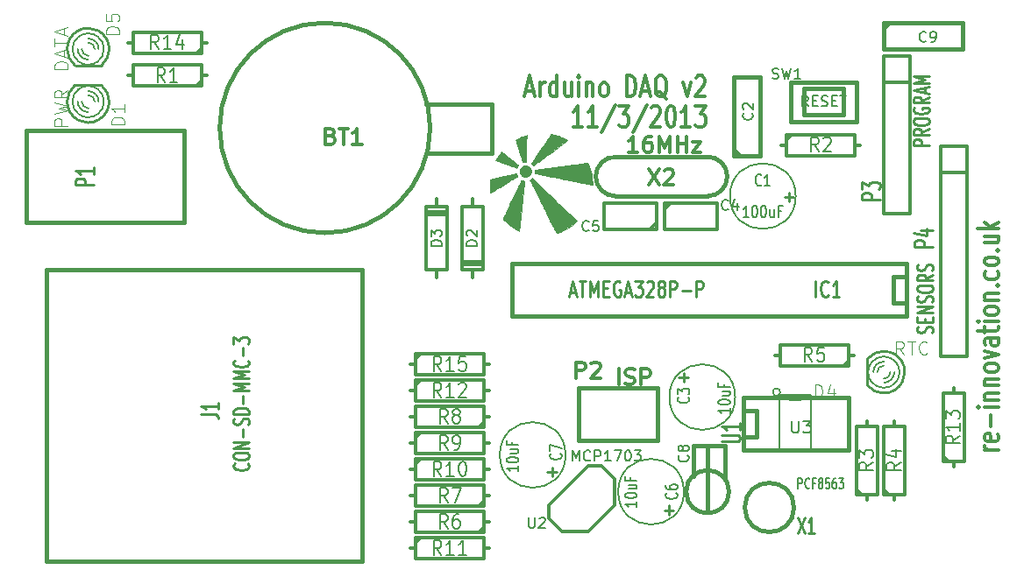
<source format=gto>
G04 #@! TF.FileFunction,Legend,Top*
%FSLAX46Y46*%
G04 Gerber Fmt 4.6, Leading zero omitted, Abs format (unit mm)*
G04 Created by KiCad (PCBNEW 4.0.5) date 12/30/18 13:58:42*
%MOMM*%
%LPD*%
G01*
G04 APERTURE LIST*
%ADD10C,0.150000*%
%ADD11C,0.304800*%
%ADD12C,0.381000*%
%ADD13C,0.254000*%
%ADD14C,0.152400*%
%ADD15C,0.127000*%
%ADD16C,0.002540*%
%ADD17C,0.200000*%
%ADD18C,0.271780*%
%ADD19C,0.203200*%
%ADD20C,0.088900*%
%ADD21C,0.285750*%
%ADD22C,0.287020*%
%ADD23C,0.175000*%
G04 APERTURE END LIST*
D10*
D11*
X52777571Y47721762D02*
X51906714Y47721762D01*
X52342142Y47721762D02*
X52342142Y49753762D01*
X52196999Y49463476D01*
X52051857Y49269952D01*
X51906714Y49173190D01*
X54229000Y47721762D02*
X53358143Y47721762D01*
X53793571Y47721762D02*
X53793571Y49753762D01*
X53648428Y49463476D01*
X53503286Y49269952D01*
X53358143Y49173190D01*
X55970715Y49850524D02*
X54664429Y47237952D01*
X56333571Y49753762D02*
X57277000Y49753762D01*
X56769000Y48979667D01*
X56986714Y48979667D01*
X57131857Y48882905D01*
X57204428Y48786143D01*
X57277000Y48592619D01*
X57277000Y48108810D01*
X57204428Y47915286D01*
X57131857Y47818524D01*
X56986714Y47721762D01*
X56551286Y47721762D01*
X56406143Y47818524D01*
X56333571Y47915286D01*
X59018715Y49850524D02*
X57712429Y47237952D01*
X59454143Y49560238D02*
X59526714Y49657000D01*
X59671857Y49753762D01*
X60034714Y49753762D01*
X60179857Y49657000D01*
X60252428Y49560238D01*
X60325000Y49366714D01*
X60325000Y49173190D01*
X60252428Y48882905D01*
X59381571Y47721762D01*
X60325000Y47721762D01*
X61268429Y49753762D02*
X61413572Y49753762D01*
X61558715Y49657000D01*
X61631286Y49560238D01*
X61703857Y49366714D01*
X61776429Y48979667D01*
X61776429Y48495857D01*
X61703857Y48108810D01*
X61631286Y47915286D01*
X61558715Y47818524D01*
X61413572Y47721762D01*
X61268429Y47721762D01*
X61123286Y47818524D01*
X61050715Y47915286D01*
X60978143Y48108810D01*
X60905572Y48495857D01*
X60905572Y48979667D01*
X60978143Y49366714D01*
X61050715Y49560238D01*
X61123286Y49657000D01*
X61268429Y49753762D01*
X63227858Y47721762D02*
X62357001Y47721762D01*
X62792429Y47721762D02*
X62792429Y49753762D01*
X62647286Y49463476D01*
X62502144Y49269952D01*
X62357001Y49173190D01*
X63735858Y49753762D02*
X64679287Y49753762D01*
X64171287Y48979667D01*
X64389001Y48979667D01*
X64534144Y48882905D01*
X64606715Y48786143D01*
X64679287Y48592619D01*
X64679287Y48108810D01*
X64606715Y47915286D01*
X64534144Y47818524D01*
X64389001Y47721762D01*
X63953573Y47721762D01*
X63808430Y47818524D01*
X63735858Y47915286D01*
X92994238Y16473715D02*
X91639571Y16473715D01*
X92026619Y16473715D02*
X91833095Y16546287D01*
X91736333Y16618858D01*
X91639571Y16764001D01*
X91639571Y16909144D01*
X92897476Y17997716D02*
X92994238Y17852573D01*
X92994238Y17562287D01*
X92897476Y17417144D01*
X92703952Y17344573D01*
X91929857Y17344573D01*
X91736333Y17417144D01*
X91639571Y17562287D01*
X91639571Y17852573D01*
X91736333Y17997716D01*
X91929857Y18070287D01*
X92123381Y18070287D01*
X92316905Y17344573D01*
X92220143Y18723430D02*
X92220143Y19884573D01*
X92994238Y20610287D02*
X91639571Y20610287D01*
X90962238Y20610287D02*
X91059000Y20537716D01*
X91155762Y20610287D01*
X91059000Y20682859D01*
X90962238Y20610287D01*
X91155762Y20610287D01*
X91639571Y21336001D02*
X92994238Y21336001D01*
X91833095Y21336001D02*
X91736333Y21408573D01*
X91639571Y21553715D01*
X91639571Y21771430D01*
X91736333Y21916573D01*
X91929857Y21989144D01*
X92994238Y21989144D01*
X91639571Y22714858D02*
X92994238Y22714858D01*
X91833095Y22714858D02*
X91736333Y22787430D01*
X91639571Y22932572D01*
X91639571Y23150287D01*
X91736333Y23295430D01*
X91929857Y23368001D01*
X92994238Y23368001D01*
X92994238Y24311429D02*
X92897476Y24166287D01*
X92800714Y24093715D01*
X92607190Y24021144D01*
X92026619Y24021144D01*
X91833095Y24093715D01*
X91736333Y24166287D01*
X91639571Y24311429D01*
X91639571Y24529144D01*
X91736333Y24674287D01*
X91833095Y24746858D01*
X92026619Y24819429D01*
X92607190Y24819429D01*
X92800714Y24746858D01*
X92897476Y24674287D01*
X92994238Y24529144D01*
X92994238Y24311429D01*
X91639571Y25327429D02*
X92994238Y25690286D01*
X91639571Y26053144D01*
X92994238Y27286858D02*
X91929857Y27286858D01*
X91736333Y27214287D01*
X91639571Y27069144D01*
X91639571Y26778858D01*
X91736333Y26633715D01*
X92897476Y27286858D02*
X92994238Y27141715D01*
X92994238Y26778858D01*
X92897476Y26633715D01*
X92703952Y26561144D01*
X92510429Y26561144D01*
X92316905Y26633715D01*
X92220143Y26778858D01*
X92220143Y27141715D01*
X92123381Y27286858D01*
X91639571Y27794858D02*
X91639571Y28375429D01*
X90962238Y28012572D02*
X92703952Y28012572D01*
X92897476Y28085144D01*
X92994238Y28230286D01*
X92994238Y28375429D01*
X92994238Y28883429D02*
X91639571Y28883429D01*
X90962238Y28883429D02*
X91059000Y28810858D01*
X91155762Y28883429D01*
X91059000Y28956001D01*
X90962238Y28883429D01*
X91155762Y28883429D01*
X92994238Y29826857D02*
X92897476Y29681715D01*
X92800714Y29609143D01*
X92607190Y29536572D01*
X92026619Y29536572D01*
X91833095Y29609143D01*
X91736333Y29681715D01*
X91639571Y29826857D01*
X91639571Y30044572D01*
X91736333Y30189715D01*
X91833095Y30262286D01*
X92026619Y30334857D01*
X92607190Y30334857D01*
X92800714Y30262286D01*
X92897476Y30189715D01*
X92994238Y30044572D01*
X92994238Y29826857D01*
X91639571Y30988000D02*
X92994238Y30988000D01*
X91833095Y30988000D02*
X91736333Y31060572D01*
X91639571Y31205714D01*
X91639571Y31423429D01*
X91736333Y31568572D01*
X91929857Y31641143D01*
X92994238Y31641143D01*
X92800714Y32366857D02*
X92897476Y32439429D01*
X92994238Y32366857D01*
X92897476Y32294286D01*
X92800714Y32366857D01*
X92994238Y32366857D01*
X92897476Y33745714D02*
X92994238Y33600571D01*
X92994238Y33310285D01*
X92897476Y33165143D01*
X92800714Y33092571D01*
X92607190Y33020000D01*
X92026619Y33020000D01*
X91833095Y33092571D01*
X91736333Y33165143D01*
X91639571Y33310285D01*
X91639571Y33600571D01*
X91736333Y33745714D01*
X92994238Y34616571D02*
X92897476Y34471429D01*
X92800714Y34398857D01*
X92607190Y34326286D01*
X92026619Y34326286D01*
X91833095Y34398857D01*
X91736333Y34471429D01*
X91639571Y34616571D01*
X91639571Y34834286D01*
X91736333Y34979429D01*
X91833095Y35052000D01*
X92026619Y35124571D01*
X92607190Y35124571D01*
X92800714Y35052000D01*
X92897476Y34979429D01*
X92994238Y34834286D01*
X92994238Y34616571D01*
X92800714Y35777714D02*
X92897476Y35850286D01*
X92994238Y35777714D01*
X92897476Y35705143D01*
X92800714Y35777714D01*
X92994238Y35777714D01*
X91639571Y37156571D02*
X92994238Y37156571D01*
X91639571Y36503428D02*
X92703952Y36503428D01*
X92897476Y36576000D01*
X92994238Y36721142D01*
X92994238Y36938857D01*
X92897476Y37084000D01*
X92800714Y37156571D01*
X92994238Y37882285D02*
X90962238Y37882285D01*
X92220143Y38027428D02*
X92994238Y38462857D01*
X91639571Y38462857D02*
X92413667Y37882285D01*
X47371000Y51223333D02*
X48096714Y51223333D01*
X47225857Y50642762D02*
X47733857Y52674762D01*
X48241857Y50642762D01*
X48749857Y50642762D02*
X48749857Y51997429D01*
X48749857Y51610381D02*
X48822429Y51803905D01*
X48895000Y51900667D01*
X49040143Y51997429D01*
X49185286Y51997429D01*
X50346429Y50642762D02*
X50346429Y52674762D01*
X50346429Y50739524D02*
X50201286Y50642762D01*
X49911000Y50642762D01*
X49765858Y50739524D01*
X49693286Y50836286D01*
X49620715Y51029810D01*
X49620715Y51610381D01*
X49693286Y51803905D01*
X49765858Y51900667D01*
X49911000Y51997429D01*
X50201286Y51997429D01*
X50346429Y51900667D01*
X51725286Y51997429D02*
X51725286Y50642762D01*
X51072143Y51997429D02*
X51072143Y50933048D01*
X51144715Y50739524D01*
X51289857Y50642762D01*
X51507572Y50642762D01*
X51652715Y50739524D01*
X51725286Y50836286D01*
X52451000Y50642762D02*
X52451000Y51997429D01*
X52451000Y52674762D02*
X52378429Y52578000D01*
X52451000Y52481238D01*
X52523572Y52578000D01*
X52451000Y52674762D01*
X52451000Y52481238D01*
X53176714Y51997429D02*
X53176714Y50642762D01*
X53176714Y51803905D02*
X53249286Y51900667D01*
X53394428Y51997429D01*
X53612143Y51997429D01*
X53757286Y51900667D01*
X53829857Y51707143D01*
X53829857Y50642762D01*
X54773285Y50642762D02*
X54628143Y50739524D01*
X54555571Y50836286D01*
X54483000Y51029810D01*
X54483000Y51610381D01*
X54555571Y51803905D01*
X54628143Y51900667D01*
X54773285Y51997429D01*
X54991000Y51997429D01*
X55136143Y51900667D01*
X55208714Y51803905D01*
X55281285Y51610381D01*
X55281285Y51029810D01*
X55208714Y50836286D01*
X55136143Y50739524D01*
X54991000Y50642762D01*
X54773285Y50642762D01*
X57095571Y50642762D02*
X57095571Y52674762D01*
X57458428Y52674762D01*
X57676143Y52578000D01*
X57821285Y52384476D01*
X57893857Y52190952D01*
X57966428Y51803905D01*
X57966428Y51513619D01*
X57893857Y51126571D01*
X57821285Y50933048D01*
X57676143Y50739524D01*
X57458428Y50642762D01*
X57095571Y50642762D01*
X58547000Y51223333D02*
X59272714Y51223333D01*
X58401857Y50642762D02*
X58909857Y52674762D01*
X59417857Y50642762D01*
X60941857Y50449238D02*
X60796714Y50546000D01*
X60651571Y50739524D01*
X60433857Y51029810D01*
X60288714Y51126571D01*
X60143571Y51126571D01*
X60216143Y50642762D02*
X60071000Y50739524D01*
X59925857Y50933048D01*
X59853286Y51320095D01*
X59853286Y51997429D01*
X59925857Y52384476D01*
X60071000Y52578000D01*
X60216143Y52674762D01*
X60506429Y52674762D01*
X60651571Y52578000D01*
X60796714Y52384476D01*
X60869286Y51997429D01*
X60869286Y51320095D01*
X60796714Y50933048D01*
X60651571Y50739524D01*
X60506429Y50642762D01*
X60216143Y50642762D01*
X62538428Y51997429D02*
X62901285Y50642762D01*
X63264143Y51997429D01*
X63772143Y52481238D02*
X63844714Y52578000D01*
X63989857Y52674762D01*
X64352714Y52674762D01*
X64497857Y52578000D01*
X64570428Y52481238D01*
X64643000Y52287714D01*
X64643000Y52094190D01*
X64570428Y51803905D01*
X63699571Y50642762D01*
X64643000Y50642762D01*
D12*
X31496000Y33909000D02*
X1016000Y33909000D01*
X1016000Y33655000D02*
X1016000Y5715000D01*
X31496000Y5969000D02*
X31496000Y33909000D01*
X31496000Y5715000D02*
X1016000Y5715000D01*
D11*
X59893200Y37846000D02*
X54864000Y37846000D01*
X54864000Y37846000D02*
X54864000Y40386000D01*
X54864000Y40386000D02*
X59944000Y40386000D01*
X59944000Y40386000D02*
X59944000Y37846000D01*
X59944000Y38481000D02*
X59309000Y37846000D01*
D12*
X60071000Y17399000D02*
X52451000Y17399000D01*
X52451000Y17399000D02*
X52451000Y22479000D01*
X52451000Y22479000D02*
X60071000Y22479000D01*
X60071000Y22479000D02*
X60071000Y17399000D01*
D13*
X3810000Y53670200D02*
X6350000Y53670200D01*
D14*
X6055527Y56415864D02*
G75*
G03X5080000Y56769000I-975527J-1170864D01*
G01*
X5079531Y56767111D02*
G75*
G03X4069080Y56382920I469J-1522111D01*
G01*
X5080034Y53722853D02*
G75*
G03X6070600Y54089300I-34J1522147D01*
G01*
X4104473Y54074136D02*
G75*
G03X5080000Y53721000I975527J1170864D01*
G01*
X5967155Y54005834D02*
G75*
G03X6604000Y55245000I-887155J1239166D01*
G01*
X6604000Y55245801D02*
G75*
G03X5994400Y56464200I-1524000J-801D01*
G01*
X3557794Y55244558D02*
G75*
G03X4145280Y54043580I1522206J442D01*
G01*
X4143829Y56447564D02*
G75*
G03X3556000Y55245000I936171J-1202564D01*
G01*
X5715000Y55245000D02*
G75*
G03X5080000Y55880000I-635000J0D01*
G01*
X6096000Y55245000D02*
G75*
G03X5080000Y56261000I-1016000J0D01*
G01*
X4445000Y55245000D02*
G75*
G03X5080000Y54610000I635000J0D01*
G01*
X4064000Y55245000D02*
G75*
G03X5080000Y54229000I1016000J0D01*
G01*
D13*
X6383426Y53686120D02*
G75*
G03X7112000Y55245000I-1303426J1558880D01*
G01*
X7109460Y55245975D02*
G75*
G03X6035040Y57035700I-2029460J-975D01*
G01*
X3050614Y55242448D02*
G75*
G03X3769360Y53695600I2029386J2552D01*
G01*
X4070149Y57008299D02*
G75*
G03X3048000Y55245000I1009851J-1763299D01*
G01*
X6043347Y57034130D02*
G75*
G03X5080000Y57277000I-963347J-1789130D01*
G01*
X5079900Y57275923D02*
G75*
G03X4015740Y56974740I100J-2030923D01*
G01*
X6350000Y51739800D02*
X3810000Y51739800D01*
D14*
X4104473Y48994136D02*
G75*
G03X5080000Y48641000I975527J1170864D01*
G01*
X5080469Y48642889D02*
G75*
G03X6090920Y49027080I-469J1522111D01*
G01*
X5079966Y51687147D02*
G75*
G03X4089400Y51320700I34J-1522147D01*
G01*
X6055527Y51335864D02*
G75*
G03X5080000Y51689000I-975527J-1170864D01*
G01*
X4192845Y51404166D02*
G75*
G03X3556000Y50165000I887155J-1239166D01*
G01*
X3556000Y50164199D02*
G75*
G03X4165600Y48945800I1524000J801D01*
G01*
X6602206Y50165442D02*
G75*
G03X6014720Y51366420I-1522206J-442D01*
G01*
X6016171Y48962436D02*
G75*
G03X6604000Y50165000I-936171J1202564D01*
G01*
X4445000Y50165000D02*
G75*
G03X5080000Y49530000I635000J0D01*
G01*
X4064000Y50165000D02*
G75*
G03X5080000Y49149000I1016000J0D01*
G01*
X5715000Y50165000D02*
G75*
G03X5080000Y50800000I-635000J0D01*
G01*
X6096000Y50165000D02*
G75*
G03X5080000Y51181000I-1016000J0D01*
G01*
D13*
X3776574Y51723880D02*
G75*
G03X3048000Y50165000I1303426J-1558880D01*
G01*
X3050540Y50164025D02*
G75*
G03X4124960Y48374300I2029460J975D01*
G01*
X7109386Y50167552D02*
G75*
G03X6390640Y51714400I-2029386J-2552D01*
G01*
X6089851Y48401701D02*
G75*
G03X7112000Y50165000I-1009851J1763299D01*
G01*
X4116653Y48375870D02*
G75*
G03X5080000Y48133000I963347J1789130D01*
G01*
X5080100Y48134077D02*
G75*
G03X6144260Y48435260I-100J2030923D01*
G01*
D12*
X14351000Y47371000D02*
X-889000Y47371000D01*
X-889000Y47371000D02*
X-889000Y38481000D01*
X-889000Y38481000D02*
X14351000Y38481000D01*
X14351000Y38481000D02*
X14351000Y47371000D01*
D11*
X81915000Y54610000D02*
X84455000Y54610000D01*
X84455000Y54610000D02*
X84455000Y39370000D01*
X84455000Y39370000D02*
X81915000Y39370000D01*
X81915000Y39370000D02*
X81915000Y54610000D01*
X81915000Y52070000D02*
X84455000Y52070000D01*
D12*
X77978000Y48895000D02*
X77978000Y51435000D01*
X77978000Y51435000D02*
X74803000Y51435000D01*
X74803000Y51435000D02*
X74168000Y51435000D01*
X74168000Y51435000D02*
X74168000Y48895000D01*
X74168000Y48895000D02*
X77978000Y48895000D01*
X79248000Y48260000D02*
X79248000Y52070000D01*
X79248000Y52070000D02*
X72898000Y52070000D01*
X72898000Y52070000D02*
X72898000Y48260000D01*
X72898000Y48260000D02*
X79248000Y48260000D01*
X66548000Y13716000D02*
X66548000Y16891000D01*
X63500000Y13970000D02*
X63500000Y16891000D01*
X63500000Y16891000D02*
X66167000Y16891000D01*
X66167000Y16891000D02*
X66421000Y16891000D01*
X66964410Y12446000D02*
G75*
G03X66964410Y12446000I-2067410J0D01*
G01*
X64897000Y10541000D02*
X64897000Y16637000D01*
D11*
X42164000Y33147000D02*
X42164000Y33909000D01*
X42164000Y33909000D02*
X43180000Y33909000D01*
X43180000Y33909000D02*
X43180000Y40005000D01*
X43180000Y40005000D02*
X42164000Y40005000D01*
X42164000Y40005000D02*
X42164000Y40767000D01*
X42164000Y40005000D02*
X41148000Y40005000D01*
X41148000Y40005000D02*
X41148000Y33909000D01*
X41148000Y33909000D02*
X42164000Y33909000D01*
X43180000Y34417000D02*
X41148000Y34417000D01*
X41148000Y34671000D02*
X43180000Y34671000D01*
D12*
X73238556Y10922000D02*
G75*
G03X73238556Y10922000I-2372556J0D01*
G01*
X37719000Y45212000D02*
X43434000Y45212000D01*
X43434000Y45212000D02*
X44069000Y45212000D01*
X44069000Y45212000D02*
X44069000Y49911000D01*
X44069000Y49911000D02*
X37719000Y49911000D01*
X38100000Y47625000D02*
G75*
G03X38100000Y47625000I-10160000J0D01*
G01*
X68326000Y20320000D02*
X69596000Y20320000D01*
X69596000Y20320000D02*
X69596000Y17780000D01*
X69596000Y17780000D02*
X68326000Y17780000D01*
X68326000Y21590000D02*
X78486000Y21590000D01*
X78486000Y21590000D02*
X78486000Y16510000D01*
X78486000Y16510000D02*
X68326000Y16510000D01*
X68326000Y16510000D02*
X68326000Y21590000D01*
X56007000Y44831000D02*
G75*
G03X54102000Y42926000I0J-1905000D01*
G01*
X54102000Y42926000D02*
G75*
G03X56007000Y41021000I1905000J0D01*
G01*
X64897000Y41021000D02*
G75*
G03X66802000Y42926000I0J1905000D01*
G01*
X66802000Y42926000D02*
G75*
G03X64897000Y44831000I-1905000J0D01*
G01*
X56007000Y44831000D02*
X64897000Y44831000D01*
X64897000Y41021000D02*
X56007000Y41021000D01*
D11*
X53340000Y14986000D02*
X49530000Y11176000D01*
X49530000Y11176000D02*
X49530000Y9906000D01*
X49530000Y9906000D02*
X50800000Y8636000D01*
X50800000Y8636000D02*
X53340000Y8636000D01*
X53340000Y8636000D02*
X55880000Y11176000D01*
X55880000Y11176000D02*
X55880000Y13716000D01*
X55880000Y13716000D02*
X54610000Y14986000D01*
X54610000Y14986000D02*
X53340000Y14986000D01*
X89916000Y45847000D02*
X89916000Y25527000D01*
X89916000Y25527000D02*
X87376000Y25527000D01*
X87376000Y25527000D02*
X87376000Y45847000D01*
X87376000Y45847000D02*
X89916000Y45847000D01*
X87376000Y43307000D02*
X89916000Y43307000D01*
X43815000Y12065000D02*
X43307000Y12065000D01*
X36195000Y12065000D02*
X36703000Y12065000D01*
X36703000Y12065000D02*
X36703000Y11049000D01*
X36703000Y11049000D02*
X43307000Y11049000D01*
X43307000Y11049000D02*
X43307000Y13081000D01*
X43307000Y13081000D02*
X36703000Y13081000D01*
X36703000Y13081000D02*
X36703000Y12065000D01*
X43307000Y11557000D02*
X42799000Y11049000D01*
X82931000Y11684000D02*
X82931000Y12192000D01*
X82931000Y19304000D02*
X82931000Y18796000D01*
X82931000Y18796000D02*
X81915000Y18796000D01*
X81915000Y18796000D02*
X81915000Y12192000D01*
X81915000Y12192000D02*
X83947000Y12192000D01*
X83947000Y12192000D02*
X83947000Y18796000D01*
X83947000Y18796000D02*
X82931000Y18796000D01*
X82423000Y12192000D02*
X81915000Y12700000D01*
X80264000Y11684000D02*
X80264000Y12192000D01*
X80264000Y19304000D02*
X80264000Y18796000D01*
X80264000Y18796000D02*
X79248000Y18796000D01*
X79248000Y18796000D02*
X79248000Y12192000D01*
X79248000Y12192000D02*
X81280000Y12192000D01*
X81280000Y12192000D02*
X81280000Y18796000D01*
X81280000Y18796000D02*
X80264000Y18796000D01*
X79756000Y12192000D02*
X79248000Y12700000D01*
X72009000Y45974000D02*
X72517000Y45974000D01*
X79629000Y45974000D02*
X79121000Y45974000D01*
X79121000Y45974000D02*
X79121000Y46990000D01*
X79121000Y46990000D02*
X72517000Y46990000D01*
X72517000Y46990000D02*
X72517000Y44958000D01*
X72517000Y44958000D02*
X79121000Y44958000D01*
X79121000Y44958000D02*
X79121000Y45974000D01*
X72517000Y46482000D02*
X73025000Y46990000D01*
X16510000Y52705000D02*
X16002000Y52705000D01*
X8890000Y52705000D02*
X9398000Y52705000D01*
X9398000Y52705000D02*
X9398000Y51689000D01*
X9398000Y51689000D02*
X16002000Y51689000D01*
X16002000Y51689000D02*
X16002000Y53721000D01*
X16002000Y53721000D02*
X9398000Y53721000D01*
X9398000Y53721000D02*
X9398000Y52705000D01*
X16002000Y52197000D02*
X15494000Y51689000D01*
X36195000Y6985000D02*
X36703000Y6985000D01*
X43815000Y6985000D02*
X43307000Y6985000D01*
X43307000Y6985000D02*
X43307000Y8001000D01*
X43307000Y8001000D02*
X36703000Y8001000D01*
X36703000Y8001000D02*
X36703000Y5969000D01*
X36703000Y5969000D02*
X43307000Y5969000D01*
X43307000Y5969000D02*
X43307000Y6985000D01*
X36703000Y7493000D02*
X37211000Y8001000D01*
X78994000Y25654000D02*
X78486000Y25654000D01*
X71374000Y25654000D02*
X71882000Y25654000D01*
X71882000Y25654000D02*
X71882000Y24638000D01*
X71882000Y24638000D02*
X78486000Y24638000D01*
X78486000Y24638000D02*
X78486000Y26670000D01*
X78486000Y26670000D02*
X71882000Y26670000D01*
X71882000Y26670000D02*
X71882000Y25654000D01*
X78486000Y25146000D02*
X77978000Y24638000D01*
X43815000Y9525000D02*
X43307000Y9525000D01*
X36195000Y9525000D02*
X36703000Y9525000D01*
X36703000Y9525000D02*
X36703000Y8509000D01*
X36703000Y8509000D02*
X43307000Y8509000D01*
X43307000Y8509000D02*
X43307000Y10541000D01*
X43307000Y10541000D02*
X36703000Y10541000D01*
X36703000Y10541000D02*
X36703000Y9525000D01*
X43307000Y9017000D02*
X42799000Y8509000D01*
X43815000Y19685000D02*
X43307000Y19685000D01*
X36195000Y19685000D02*
X36703000Y19685000D01*
X36703000Y19685000D02*
X36703000Y18669000D01*
X36703000Y18669000D02*
X43307000Y18669000D01*
X43307000Y18669000D02*
X43307000Y20701000D01*
X43307000Y20701000D02*
X36703000Y20701000D01*
X36703000Y20701000D02*
X36703000Y19685000D01*
X43307000Y19177000D02*
X42799000Y18669000D01*
X36195000Y17145000D02*
X36703000Y17145000D01*
X43815000Y17145000D02*
X43307000Y17145000D01*
X43307000Y17145000D02*
X43307000Y18161000D01*
X43307000Y18161000D02*
X36703000Y18161000D01*
X36703000Y18161000D02*
X36703000Y16129000D01*
X36703000Y16129000D02*
X43307000Y16129000D01*
X43307000Y16129000D02*
X43307000Y17145000D01*
X36703000Y17653000D02*
X37211000Y18161000D01*
X36195000Y22225000D02*
X36703000Y22225000D01*
X43815000Y22225000D02*
X43307000Y22225000D01*
X43307000Y22225000D02*
X43307000Y23241000D01*
X43307000Y23241000D02*
X36703000Y23241000D01*
X36703000Y23241000D02*
X36703000Y21209000D01*
X36703000Y21209000D02*
X43307000Y21209000D01*
X43307000Y21209000D02*
X43307000Y22225000D01*
X36703000Y22733000D02*
X37211000Y23241000D01*
X88646000Y14859000D02*
X88646000Y15367000D01*
X88646000Y22479000D02*
X88646000Y21971000D01*
X88646000Y21971000D02*
X87630000Y21971000D01*
X87630000Y21971000D02*
X87630000Y15367000D01*
X87630000Y15367000D02*
X89662000Y15367000D01*
X89662000Y15367000D02*
X89662000Y21971000D01*
X89662000Y21971000D02*
X88646000Y21971000D01*
X88138000Y15367000D02*
X87630000Y15875000D01*
X16510000Y55880000D02*
X16002000Y55880000D01*
X8890000Y55880000D02*
X9398000Y55880000D01*
X9398000Y55880000D02*
X9398000Y54864000D01*
X9398000Y54864000D02*
X16002000Y54864000D01*
X16002000Y54864000D02*
X16002000Y56896000D01*
X16002000Y56896000D02*
X9398000Y56896000D01*
X9398000Y56896000D02*
X9398000Y55880000D01*
X16002000Y55372000D02*
X15494000Y54864000D01*
X36195000Y14605000D02*
X36703000Y14605000D01*
X43815000Y14605000D02*
X43307000Y14605000D01*
X43307000Y14605000D02*
X43307000Y15621000D01*
X43307000Y15621000D02*
X36703000Y15621000D01*
X36703000Y15621000D02*
X36703000Y13589000D01*
X36703000Y13589000D02*
X43307000Y13589000D01*
X43307000Y13589000D02*
X43307000Y14605000D01*
X36703000Y15113000D02*
X37211000Y15621000D01*
D15*
X73406000Y41021000D02*
G75*
G03X73406000Y41021000I-3175000J0D01*
G01*
X67564000Y21590000D02*
G75*
G03X67564000Y21590000I-3175000J0D01*
G01*
X51181000Y16002000D02*
G75*
G03X51181000Y16002000I-3175000J0D01*
G01*
X62611000Y12446000D02*
G75*
G03X62611000Y12446000I-3175000J0D01*
G01*
D12*
X67437000Y44958000D02*
X69977000Y44958000D01*
X69977000Y44958000D02*
X69977000Y52578000D01*
X69977000Y52578000D02*
X67437000Y52578000D01*
X67437000Y52578000D02*
X67437000Y44958000D01*
D11*
X68072000Y44958000D02*
X67437000Y45593000D01*
D12*
X81915000Y57785000D02*
X81915000Y55245000D01*
X81915000Y55245000D02*
X89535000Y55245000D01*
X89535000Y55245000D02*
X89535000Y57785000D01*
X89535000Y57785000D02*
X81915000Y57785000D01*
D11*
X81915000Y57150000D02*
X82550000Y57785000D01*
D13*
X80340200Y25273000D02*
X80340200Y22733000D01*
D14*
X83085864Y23027473D02*
G75*
G03X83439000Y24003000I-1170864J975527D01*
G01*
X83437111Y24003469D02*
G75*
G03X83052920Y25013920I-1522111J-469D01*
G01*
X80392853Y24002966D02*
G75*
G03X80759300Y23012400I1522147J34D01*
G01*
X80744136Y24978527D02*
G75*
G03X80391000Y24003000I1170864J-975527D01*
G01*
X80675834Y23115845D02*
G75*
G03X81915000Y22479000I1239166J887155D01*
G01*
X81915801Y22479000D02*
G75*
G03X83134200Y23088600I-801J1524000D01*
G01*
X81914558Y25525206D02*
G75*
G03X80713580Y24937720I442J-1522206D01*
G01*
X83117564Y24939171D02*
G75*
G03X81915000Y25527000I-1202564J-936171D01*
G01*
X81915000Y23368000D02*
G75*
G03X82550000Y24003000I0J635000D01*
G01*
X81915000Y22987000D02*
G75*
G03X82931000Y24003000I0J1016000D01*
G01*
X81915000Y24638000D02*
G75*
G03X81280000Y24003000I0J-635000D01*
G01*
X81915000Y25019000D02*
G75*
G03X80899000Y24003000I0J-1016000D01*
G01*
D13*
X80356120Y22699574D02*
G75*
G03X81915000Y21971000I1558880J1303426D01*
G01*
X81915975Y21973540D02*
G75*
G03X83705700Y23047960I-975J2029460D01*
G01*
X81912448Y26032386D02*
G75*
G03X80365600Y25313640I2552J-2029386D01*
G01*
X83678299Y25012851D02*
G75*
G03X81915000Y26035000I-1763299J-1009851D01*
G01*
X83704130Y23039653D02*
G75*
G03X83947000Y24003000I-1789130J963347D01*
G01*
X83945923Y24003100D02*
G75*
G03X83644740Y25067260I-2030923J-100D01*
G01*
D12*
X84074000Y29464000D02*
X45974000Y29464000D01*
X45974000Y29464000D02*
X45974000Y34544000D01*
X45974000Y34544000D02*
X84074000Y34544000D01*
X84074000Y34544000D02*
X84074000Y29464000D01*
X84074000Y30734000D02*
X82804000Y30734000D01*
X82804000Y30734000D02*
X82804000Y33274000D01*
X82804000Y33274000D02*
X84074000Y33274000D01*
D11*
X36195000Y24765000D02*
X36703000Y24765000D01*
X43815000Y24765000D02*
X43307000Y24765000D01*
X43307000Y24765000D02*
X43307000Y25781000D01*
X43307000Y25781000D02*
X36703000Y25781000D01*
X36703000Y25781000D02*
X36703000Y23749000D01*
X36703000Y23749000D02*
X43307000Y23749000D01*
X43307000Y23749000D02*
X43307000Y24765000D01*
X36703000Y25273000D02*
X37211000Y25781000D01*
X38735000Y40767000D02*
X38735000Y40005000D01*
X38735000Y40005000D02*
X37719000Y40005000D01*
X37719000Y40005000D02*
X37719000Y33909000D01*
X37719000Y33909000D02*
X38735000Y33909000D01*
X38735000Y33909000D02*
X38735000Y33147000D01*
X38735000Y33909000D02*
X39751000Y33909000D01*
X39751000Y33909000D02*
X39751000Y40005000D01*
X39751000Y40005000D02*
X38735000Y40005000D01*
X37719000Y39497000D02*
X39751000Y39497000D01*
X39751000Y39243000D02*
X37719000Y39243000D01*
X60756800Y40386000D02*
X65786000Y40386000D01*
X65786000Y40386000D02*
X65786000Y37846000D01*
X65786000Y37846000D02*
X60706000Y37846000D01*
X60706000Y37846000D02*
X60706000Y40386000D01*
X60706000Y39751000D02*
X61341000Y40386000D01*
D16*
G36*
X52278280Y38613080D02*
X52212240Y38549580D01*
X52029360Y38389560D01*
X51831240Y38232080D01*
X51620420Y38082220D01*
X51399440Y37939980D01*
X51175920Y37807900D01*
X50949860Y37691060D01*
X50723800Y37589460D01*
X50678080Y37569140D01*
X50632360Y37551360D01*
X50581560Y37531040D01*
X50525680Y37510720D01*
X50469800Y37490400D01*
X50419000Y37470080D01*
X50373280Y37454840D01*
X50340260Y37444680D01*
X50319940Y37439600D01*
X50317400Y37439600D01*
X50312320Y37447220D01*
X50299620Y37475160D01*
X50276760Y37515800D01*
X50248820Y37574220D01*
X50210720Y37647880D01*
X50165000Y37736780D01*
X50114200Y37838380D01*
X50055780Y37952680D01*
X49992280Y38077140D01*
X49923700Y38216840D01*
X49847500Y38364160D01*
X49768760Y38524180D01*
X49682400Y38691820D01*
X49596040Y38869620D01*
X49502060Y39055040D01*
X49405540Y39248080D01*
X49306480Y39446200D01*
X49202340Y39651940D01*
X49098200Y39860220D01*
X49022000Y40010080D01*
X48915320Y40223440D01*
X48811180Y40434260D01*
X48709580Y40637460D01*
X48613060Y40833040D01*
X48516540Y41023540D01*
X48425100Y41206420D01*
X48338740Y41381680D01*
X48257460Y41546780D01*
X48178720Y41704260D01*
X48107600Y41849040D01*
X48039020Y41983660D01*
X47978060Y42108120D01*
X47924720Y42217340D01*
X47876460Y42316400D01*
X47835820Y42400220D01*
X47800260Y42468800D01*
X47774860Y42522140D01*
X47757080Y42560240D01*
X47746920Y42580560D01*
X47744380Y42585640D01*
X47764700Y42595800D01*
X47795180Y42613580D01*
X47830740Y42638980D01*
X47868840Y42666920D01*
X47901860Y42694860D01*
X47927260Y42715180D01*
X47978060Y42760900D01*
X48122840Y42623740D01*
X48143160Y42603420D01*
X48176180Y42572940D01*
X48221900Y42527220D01*
X48280320Y42471340D01*
X48351440Y42402760D01*
X48435260Y42324020D01*
X48526700Y42235120D01*
X48628300Y42136060D01*
X48740060Y42026840D01*
X48861980Y41910000D01*
X48988980Y41788080D01*
X49126140Y41656000D01*
X49268380Y41518840D01*
X49418240Y41374060D01*
X49573180Y41226740D01*
X49730660Y41071800D01*
X49895760Y40914320D01*
X50063400Y40754300D01*
X50231040Y40589200D01*
X50274220Y40548560D01*
X52278280Y38613080D01*
X52278280Y38613080D01*
X52278280Y38613080D01*
G37*
X52278280Y38613080D02*
X52212240Y38549580D01*
X52029360Y38389560D01*
X51831240Y38232080D01*
X51620420Y38082220D01*
X51399440Y37939980D01*
X51175920Y37807900D01*
X50949860Y37691060D01*
X50723800Y37589460D01*
X50678080Y37569140D01*
X50632360Y37551360D01*
X50581560Y37531040D01*
X50525680Y37510720D01*
X50469800Y37490400D01*
X50419000Y37470080D01*
X50373280Y37454840D01*
X50340260Y37444680D01*
X50319940Y37439600D01*
X50317400Y37439600D01*
X50312320Y37447220D01*
X50299620Y37475160D01*
X50276760Y37515800D01*
X50248820Y37574220D01*
X50210720Y37647880D01*
X50165000Y37736780D01*
X50114200Y37838380D01*
X50055780Y37952680D01*
X49992280Y38077140D01*
X49923700Y38216840D01*
X49847500Y38364160D01*
X49768760Y38524180D01*
X49682400Y38691820D01*
X49596040Y38869620D01*
X49502060Y39055040D01*
X49405540Y39248080D01*
X49306480Y39446200D01*
X49202340Y39651940D01*
X49098200Y39860220D01*
X49022000Y40010080D01*
X48915320Y40223440D01*
X48811180Y40434260D01*
X48709580Y40637460D01*
X48613060Y40833040D01*
X48516540Y41023540D01*
X48425100Y41206420D01*
X48338740Y41381680D01*
X48257460Y41546780D01*
X48178720Y41704260D01*
X48107600Y41849040D01*
X48039020Y41983660D01*
X47978060Y42108120D01*
X47924720Y42217340D01*
X47876460Y42316400D01*
X47835820Y42400220D01*
X47800260Y42468800D01*
X47774860Y42522140D01*
X47757080Y42560240D01*
X47746920Y42580560D01*
X47744380Y42585640D01*
X47764700Y42595800D01*
X47795180Y42613580D01*
X47830740Y42638980D01*
X47868840Y42666920D01*
X47901860Y42694860D01*
X47927260Y42715180D01*
X47978060Y42760900D01*
X48122840Y42623740D01*
X48143160Y42603420D01*
X48176180Y42572940D01*
X48221900Y42527220D01*
X48280320Y42471340D01*
X48351440Y42402760D01*
X48435260Y42324020D01*
X48526700Y42235120D01*
X48628300Y42136060D01*
X48740060Y42026840D01*
X48861980Y41910000D01*
X48988980Y41788080D01*
X49126140Y41656000D01*
X49268380Y41518840D01*
X49418240Y41374060D01*
X49573180Y41226740D01*
X49730660Y41071800D01*
X49895760Y40914320D01*
X50063400Y40754300D01*
X50231040Y40589200D01*
X50274220Y40548560D01*
X52278280Y38613080D01*
X52278280Y38613080D01*
G36*
X47208440Y42494200D02*
X47203360Y42458640D01*
X47200820Y42445940D01*
X47198280Y42415460D01*
X47193200Y42364660D01*
X47185580Y42296080D01*
X47177960Y42212260D01*
X47167800Y42113200D01*
X47155100Y41998900D01*
X47139860Y41871900D01*
X47127160Y41732200D01*
X47109380Y41579800D01*
X47094140Y41417240D01*
X47073820Y41241980D01*
X47056040Y41061640D01*
X47035720Y40868600D01*
X47015400Y40670480D01*
X46992540Y40467280D01*
X46972220Y40256460D01*
X46954440Y40088820D01*
X46926500Y39829740D01*
X46901100Y39590980D01*
X46878240Y39367460D01*
X46857920Y39164260D01*
X46837600Y38978840D01*
X46819820Y38808660D01*
X46802040Y38653720D01*
X46786800Y38511480D01*
X46774100Y38387020D01*
X46763940Y38272720D01*
X46751240Y38171120D01*
X46743620Y38084760D01*
X46733460Y38006020D01*
X46725840Y37937440D01*
X46720760Y37881560D01*
X46715680Y37833300D01*
X46710600Y37790120D01*
X46705520Y37757100D01*
X46702980Y37731700D01*
X46700440Y37711380D01*
X46697900Y37696140D01*
X46697900Y37683440D01*
X46695360Y37675820D01*
X46695360Y37670740D01*
X46692820Y37670740D01*
X46692820Y37668200D01*
X46690280Y37668200D01*
X46690280Y37668200D01*
X46680120Y37673280D01*
X46654720Y37685980D01*
X46619160Y37703760D01*
X46573440Y37726620D01*
X46542960Y37741860D01*
X46266100Y37899340D01*
X46001940Y38069520D01*
X45753020Y38252400D01*
X45516800Y38447980D01*
X45298360Y38656260D01*
X45270420Y38681660D01*
X45229780Y38724840D01*
X45194220Y38762940D01*
X45166280Y38795960D01*
X45145960Y38816280D01*
X45138340Y38826440D01*
X45138340Y38828980D01*
X45143420Y38836600D01*
X45156120Y38864540D01*
X45176440Y38907720D01*
X45204380Y38966140D01*
X45237400Y39039800D01*
X45278040Y39126160D01*
X45326300Y39227760D01*
X45379640Y39339520D01*
X45438060Y39463980D01*
X45501560Y39598600D01*
X45570140Y39740840D01*
X45641260Y39893240D01*
X45717460Y40055800D01*
X45796200Y40223440D01*
X45880020Y40396160D01*
X45963840Y40573960D01*
X46024800Y40700960D01*
X46111160Y40881300D01*
X46194980Y41059100D01*
X46276260Y41231820D01*
X46355000Y41396920D01*
X46428660Y41554400D01*
X46499780Y41704260D01*
X46568360Y41846500D01*
X46629320Y41976040D01*
X46687740Y42095420D01*
X46738540Y42204640D01*
X46784260Y42301160D01*
X46822360Y42384980D01*
X46855380Y42453560D01*
X46880780Y42506900D01*
X46898560Y42545000D01*
X46908720Y42567860D01*
X46911260Y42572940D01*
X46921420Y42572940D01*
X46944280Y42565320D01*
X46974760Y42555160D01*
X47015400Y42539920D01*
X47063660Y42527220D01*
X47114460Y42514520D01*
X47122080Y42511980D01*
X47208440Y42494200D01*
X47208440Y42494200D01*
X47208440Y42494200D01*
G37*
X47208440Y42494200D02*
X47203360Y42458640D01*
X47200820Y42445940D01*
X47198280Y42415460D01*
X47193200Y42364660D01*
X47185580Y42296080D01*
X47177960Y42212260D01*
X47167800Y42113200D01*
X47155100Y41998900D01*
X47139860Y41871900D01*
X47127160Y41732200D01*
X47109380Y41579800D01*
X47094140Y41417240D01*
X47073820Y41241980D01*
X47056040Y41061640D01*
X47035720Y40868600D01*
X47015400Y40670480D01*
X46992540Y40467280D01*
X46972220Y40256460D01*
X46954440Y40088820D01*
X46926500Y39829740D01*
X46901100Y39590980D01*
X46878240Y39367460D01*
X46857920Y39164260D01*
X46837600Y38978840D01*
X46819820Y38808660D01*
X46802040Y38653720D01*
X46786800Y38511480D01*
X46774100Y38387020D01*
X46763940Y38272720D01*
X46751240Y38171120D01*
X46743620Y38084760D01*
X46733460Y38006020D01*
X46725840Y37937440D01*
X46720760Y37881560D01*
X46715680Y37833300D01*
X46710600Y37790120D01*
X46705520Y37757100D01*
X46702980Y37731700D01*
X46700440Y37711380D01*
X46697900Y37696140D01*
X46697900Y37683440D01*
X46695360Y37675820D01*
X46695360Y37670740D01*
X46692820Y37670740D01*
X46692820Y37668200D01*
X46690280Y37668200D01*
X46690280Y37668200D01*
X46680120Y37673280D01*
X46654720Y37685980D01*
X46619160Y37703760D01*
X46573440Y37726620D01*
X46542960Y37741860D01*
X46266100Y37899340D01*
X46001940Y38069520D01*
X45753020Y38252400D01*
X45516800Y38447980D01*
X45298360Y38656260D01*
X45270420Y38681660D01*
X45229780Y38724840D01*
X45194220Y38762940D01*
X45166280Y38795960D01*
X45145960Y38816280D01*
X45138340Y38826440D01*
X45138340Y38828980D01*
X45143420Y38836600D01*
X45156120Y38864540D01*
X45176440Y38907720D01*
X45204380Y38966140D01*
X45237400Y39039800D01*
X45278040Y39126160D01*
X45326300Y39227760D01*
X45379640Y39339520D01*
X45438060Y39463980D01*
X45501560Y39598600D01*
X45570140Y39740840D01*
X45641260Y39893240D01*
X45717460Y40055800D01*
X45796200Y40223440D01*
X45880020Y40396160D01*
X45963840Y40573960D01*
X46024800Y40700960D01*
X46111160Y40881300D01*
X46194980Y41059100D01*
X46276260Y41231820D01*
X46355000Y41396920D01*
X46428660Y41554400D01*
X46499780Y41704260D01*
X46568360Y41846500D01*
X46629320Y41976040D01*
X46687740Y42095420D01*
X46738540Y42204640D01*
X46784260Y42301160D01*
X46822360Y42384980D01*
X46855380Y42453560D01*
X46880780Y42506900D01*
X46898560Y42545000D01*
X46908720Y42567860D01*
X46911260Y42572940D01*
X46921420Y42572940D01*
X46944280Y42565320D01*
X46974760Y42555160D01*
X47015400Y42539920D01*
X47063660Y42527220D01*
X47114460Y42514520D01*
X47122080Y42511980D01*
X47208440Y42494200D01*
X47208440Y42494200D01*
G36*
X46512480Y42943780D02*
X46512480Y42938700D01*
X46502320Y42933620D01*
X46479460Y42915840D01*
X46438820Y42892980D01*
X46385480Y42859960D01*
X46319440Y42819320D01*
X46243240Y42771060D01*
X46154340Y42717720D01*
X46060360Y42656760D01*
X45953680Y42593260D01*
X45844460Y42524680D01*
X45727620Y42453560D01*
X45605700Y42377360D01*
X45481240Y42301160D01*
X45354240Y42222420D01*
X45224700Y42141140D01*
X45095160Y42062400D01*
X44968160Y41983660D01*
X44843700Y41907460D01*
X44721780Y41831260D01*
X44604940Y41760140D01*
X44493180Y41691560D01*
X44389040Y41625520D01*
X44289980Y41567100D01*
X44203620Y41511220D01*
X44124880Y41462960D01*
X44058840Y41422320D01*
X44002960Y41389300D01*
X43962320Y41363900D01*
X43936920Y41348660D01*
X43926760Y41343580D01*
X43921680Y41348660D01*
X43916600Y41371520D01*
X43911520Y41404540D01*
X43908980Y41407080D01*
X43886120Y41592500D01*
X43868340Y41785540D01*
X43860720Y41991280D01*
X43858180Y42113200D01*
X43860720Y42179240D01*
X43860720Y42250360D01*
X43863260Y42324020D01*
X43865800Y42397680D01*
X43868340Y42463720D01*
X43870880Y42527220D01*
X43875960Y42578020D01*
X43878500Y42618660D01*
X43881040Y42641520D01*
X43883580Y42646600D01*
X43893740Y42649140D01*
X43921680Y42656760D01*
X43967400Y42666920D01*
X44028360Y42682160D01*
X44102020Y42697400D01*
X44188380Y42717720D01*
X44284900Y42740580D01*
X44391580Y42765980D01*
X44505880Y42791380D01*
X44627800Y42819320D01*
X44757340Y42849800D01*
X44886880Y42877740D01*
X45021500Y42908220D01*
X45156120Y42938700D01*
X45290740Y42971720D01*
X45425360Y42999660D01*
X45554900Y43030140D01*
X45679360Y43058080D01*
X45798740Y43086020D01*
X45913040Y43111420D01*
X46014640Y43134280D01*
X46108620Y43154600D01*
X46189900Y43174920D01*
X46258480Y43190160D01*
X46314360Y43200320D01*
X46352460Y43210480D01*
X46375320Y43215560D01*
X46375320Y43215560D01*
X46393100Y43218100D01*
X46405800Y43213020D01*
X46413420Y43197780D01*
X46423580Y43167300D01*
X46433740Y43134280D01*
X46451520Y43088560D01*
X46471840Y43042840D01*
X46479460Y43030140D01*
X46497240Y42992040D01*
X46507400Y42961560D01*
X46512480Y42943780D01*
X46512480Y42943780D01*
X46512480Y42943780D01*
G37*
X46512480Y42943780D02*
X46512480Y42938700D01*
X46502320Y42933620D01*
X46479460Y42915840D01*
X46438820Y42892980D01*
X46385480Y42859960D01*
X46319440Y42819320D01*
X46243240Y42771060D01*
X46154340Y42717720D01*
X46060360Y42656760D01*
X45953680Y42593260D01*
X45844460Y42524680D01*
X45727620Y42453560D01*
X45605700Y42377360D01*
X45481240Y42301160D01*
X45354240Y42222420D01*
X45224700Y42141140D01*
X45095160Y42062400D01*
X44968160Y41983660D01*
X44843700Y41907460D01*
X44721780Y41831260D01*
X44604940Y41760140D01*
X44493180Y41691560D01*
X44389040Y41625520D01*
X44289980Y41567100D01*
X44203620Y41511220D01*
X44124880Y41462960D01*
X44058840Y41422320D01*
X44002960Y41389300D01*
X43962320Y41363900D01*
X43936920Y41348660D01*
X43926760Y41343580D01*
X43921680Y41348660D01*
X43916600Y41371520D01*
X43911520Y41404540D01*
X43908980Y41407080D01*
X43886120Y41592500D01*
X43868340Y41785540D01*
X43860720Y41991280D01*
X43858180Y42113200D01*
X43860720Y42179240D01*
X43860720Y42250360D01*
X43863260Y42324020D01*
X43865800Y42397680D01*
X43868340Y42463720D01*
X43870880Y42527220D01*
X43875960Y42578020D01*
X43878500Y42618660D01*
X43881040Y42641520D01*
X43883580Y42646600D01*
X43893740Y42649140D01*
X43921680Y42656760D01*
X43967400Y42666920D01*
X44028360Y42682160D01*
X44102020Y42697400D01*
X44188380Y42717720D01*
X44284900Y42740580D01*
X44391580Y42765980D01*
X44505880Y42791380D01*
X44627800Y42819320D01*
X44757340Y42849800D01*
X44886880Y42877740D01*
X45021500Y42908220D01*
X45156120Y42938700D01*
X45290740Y42971720D01*
X45425360Y42999660D01*
X45554900Y43030140D01*
X45679360Y43058080D01*
X45798740Y43086020D01*
X45913040Y43111420D01*
X46014640Y43134280D01*
X46108620Y43154600D01*
X46189900Y43174920D01*
X46258480Y43190160D01*
X46314360Y43200320D01*
X46352460Y43210480D01*
X46375320Y43215560D01*
X46375320Y43215560D01*
X46393100Y43218100D01*
X46405800Y43213020D01*
X46413420Y43197780D01*
X46423580Y43167300D01*
X46433740Y43134280D01*
X46451520Y43088560D01*
X46471840Y43042840D01*
X46479460Y43030140D01*
X46497240Y42992040D01*
X46507400Y42961560D01*
X46512480Y42943780D01*
X46512480Y42943780D01*
G36*
X53769260Y42237660D02*
X53769260Y42186860D01*
X53766720Y42153840D01*
X53764180Y42133520D01*
X53761640Y42123360D01*
X53754020Y42120820D01*
X53751480Y42120820D01*
X53741320Y42123360D01*
X53710840Y42128440D01*
X53662580Y42138600D01*
X53596540Y42151300D01*
X53515260Y42166540D01*
X53418740Y42186860D01*
X53306980Y42209720D01*
X53179980Y42235120D01*
X53040280Y42263060D01*
X52887880Y42293540D01*
X52725320Y42326560D01*
X52550060Y42359580D01*
X52367180Y42397680D01*
X52174140Y42435780D01*
X51970940Y42476420D01*
X51762660Y42519600D01*
X51544220Y42562780D01*
X51320700Y42608500D01*
X51094640Y42654220D01*
X51018440Y42669460D01*
X50789840Y42715180D01*
X50563780Y42760900D01*
X50345340Y42806620D01*
X50131980Y42847260D01*
X49926240Y42890440D01*
X49730660Y42928540D01*
X49542700Y42966640D01*
X49364900Y43004740D01*
X49194720Y43037760D01*
X49039780Y43068240D01*
X48895000Y43098720D01*
X48762920Y43124120D01*
X48646080Y43149520D01*
X48541940Y43169840D01*
X48455580Y43187620D01*
X48381920Y43200320D01*
X48328580Y43213020D01*
X48290480Y43220640D01*
X48272700Y43223180D01*
X48270160Y43223180D01*
X48249840Y43228260D01*
X48242220Y43238420D01*
X48242220Y43256200D01*
X48244760Y43271440D01*
X48247300Y43299380D01*
X48249840Y43340020D01*
X48249840Y43390820D01*
X48249840Y43423840D01*
X48249840Y43535600D01*
X50756820Y43888660D01*
X50977800Y43919140D01*
X51196240Y43949620D01*
X51407060Y43980100D01*
X51610260Y44008040D01*
X51805840Y44035980D01*
X51993800Y44061380D01*
X52174140Y44086780D01*
X52341780Y44112180D01*
X52499260Y44132500D01*
X52646580Y44155360D01*
X52778660Y44173140D01*
X52898040Y44190920D01*
X53004720Y44206160D01*
X53093620Y44218860D01*
X53167280Y44229020D01*
X53225700Y44236640D01*
X53263800Y44241720D01*
X53286660Y44244260D01*
X53289200Y44246800D01*
X53301900Y44246800D01*
X53309520Y44241720D01*
X53319680Y44229020D01*
X53332380Y44206160D01*
X53350160Y44168060D01*
X53357780Y44147740D01*
X53454300Y43896280D01*
X53540660Y43632120D01*
X53616860Y43360340D01*
X53675280Y43083480D01*
X53718460Y42832020D01*
X53731160Y42730420D01*
X53743860Y42623740D01*
X53754020Y42517060D01*
X53761640Y42412920D01*
X53766720Y42318940D01*
X53769260Y42240200D01*
X53769260Y42237660D01*
X53769260Y42237660D01*
X53769260Y42237660D01*
G37*
X53769260Y42237660D02*
X53769260Y42186860D01*
X53766720Y42153840D01*
X53764180Y42133520D01*
X53761640Y42123360D01*
X53754020Y42120820D01*
X53751480Y42120820D01*
X53741320Y42123360D01*
X53710840Y42128440D01*
X53662580Y42138600D01*
X53596540Y42151300D01*
X53515260Y42166540D01*
X53418740Y42186860D01*
X53306980Y42209720D01*
X53179980Y42235120D01*
X53040280Y42263060D01*
X52887880Y42293540D01*
X52725320Y42326560D01*
X52550060Y42359580D01*
X52367180Y42397680D01*
X52174140Y42435780D01*
X51970940Y42476420D01*
X51762660Y42519600D01*
X51544220Y42562780D01*
X51320700Y42608500D01*
X51094640Y42654220D01*
X51018440Y42669460D01*
X50789840Y42715180D01*
X50563780Y42760900D01*
X50345340Y42806620D01*
X50131980Y42847260D01*
X49926240Y42890440D01*
X49730660Y42928540D01*
X49542700Y42966640D01*
X49364900Y43004740D01*
X49194720Y43037760D01*
X49039780Y43068240D01*
X48895000Y43098720D01*
X48762920Y43124120D01*
X48646080Y43149520D01*
X48541940Y43169840D01*
X48455580Y43187620D01*
X48381920Y43200320D01*
X48328580Y43213020D01*
X48290480Y43220640D01*
X48272700Y43223180D01*
X48270160Y43223180D01*
X48249840Y43228260D01*
X48242220Y43238420D01*
X48242220Y43256200D01*
X48244760Y43271440D01*
X48247300Y43299380D01*
X48249840Y43340020D01*
X48249840Y43390820D01*
X48249840Y43423840D01*
X48249840Y43535600D01*
X50756820Y43888660D01*
X50977800Y43919140D01*
X51196240Y43949620D01*
X51407060Y43980100D01*
X51610260Y44008040D01*
X51805840Y44035980D01*
X51993800Y44061380D01*
X52174140Y44086780D01*
X52341780Y44112180D01*
X52499260Y44132500D01*
X52646580Y44155360D01*
X52778660Y44173140D01*
X52898040Y44190920D01*
X53004720Y44206160D01*
X53093620Y44218860D01*
X53167280Y44229020D01*
X53225700Y44236640D01*
X53263800Y44241720D01*
X53286660Y44244260D01*
X53289200Y44246800D01*
X53301900Y44246800D01*
X53309520Y44241720D01*
X53319680Y44229020D01*
X53332380Y44206160D01*
X53350160Y44168060D01*
X53357780Y44147740D01*
X53454300Y43896280D01*
X53540660Y43632120D01*
X53616860Y43360340D01*
X53675280Y43083480D01*
X53718460Y42832020D01*
X53731160Y42730420D01*
X53743860Y42623740D01*
X53754020Y42517060D01*
X53761640Y42412920D01*
X53766720Y42318940D01*
X53769260Y42240200D01*
X53769260Y42237660D01*
X53769260Y42237660D01*
G36*
X47845980Y43426380D02*
X47835820Y43332400D01*
X47810420Y43240960D01*
X47769780Y43154600D01*
X47713900Y43075860D01*
X47645320Y43009820D01*
X47566580Y42953940D01*
X47477680Y42913300D01*
X47449740Y42905680D01*
X47388780Y42892980D01*
X47325280Y42885360D01*
X47271940Y42885360D01*
X47264320Y42885360D01*
X47157640Y42905680D01*
X47061120Y42943780D01*
X46974760Y42997120D01*
X46901100Y43063160D01*
X46840140Y43144440D01*
X46794420Y43238420D01*
X46786800Y43256200D01*
X46776640Y43294300D01*
X46769020Y43329860D01*
X46766480Y43370500D01*
X46763940Y43423840D01*
X46763940Y43434000D01*
X46766480Y43487340D01*
X46769020Y43527980D01*
X46774100Y43558460D01*
X46784260Y43591480D01*
X46791880Y43611800D01*
X46840140Y43708320D01*
X46901100Y43792140D01*
X46974760Y43858180D01*
X47058580Y43911520D01*
X47152560Y43947080D01*
X47251620Y43964860D01*
X47343060Y43967400D01*
X47442120Y43949620D01*
X47536100Y43916600D01*
X47619920Y43865800D01*
X47693580Y43802300D01*
X47754540Y43723560D01*
X47802800Y43634660D01*
X47833280Y43533060D01*
X47835820Y43522900D01*
X47845980Y43426380D01*
X47845980Y43426380D01*
X47845980Y43426380D01*
G37*
X47845980Y43426380D02*
X47835820Y43332400D01*
X47810420Y43240960D01*
X47769780Y43154600D01*
X47713900Y43075860D01*
X47645320Y43009820D01*
X47566580Y42953940D01*
X47477680Y42913300D01*
X47449740Y42905680D01*
X47388780Y42892980D01*
X47325280Y42885360D01*
X47271940Y42885360D01*
X47264320Y42885360D01*
X47157640Y42905680D01*
X47061120Y42943780D01*
X46974760Y42997120D01*
X46901100Y43063160D01*
X46840140Y43144440D01*
X46794420Y43238420D01*
X46786800Y43256200D01*
X46776640Y43294300D01*
X46769020Y43329860D01*
X46766480Y43370500D01*
X46763940Y43423840D01*
X46763940Y43434000D01*
X46766480Y43487340D01*
X46769020Y43527980D01*
X46774100Y43558460D01*
X46784260Y43591480D01*
X46791880Y43611800D01*
X46840140Y43708320D01*
X46901100Y43792140D01*
X46974760Y43858180D01*
X47058580Y43911520D01*
X47152560Y43947080D01*
X47251620Y43964860D01*
X47343060Y43967400D01*
X47442120Y43949620D01*
X47536100Y43916600D01*
X47619920Y43865800D01*
X47693580Y43802300D01*
X47754540Y43723560D01*
X47802800Y43634660D01*
X47833280Y43533060D01*
X47835820Y43522900D01*
X47845980Y43426380D01*
X47845980Y43426380D01*
G36*
X46596300Y44023280D02*
X46593760Y44015660D01*
X46581060Y43992800D01*
X46560740Y43962320D01*
X46550580Y43944540D01*
X46525180Y43903900D01*
X46499780Y43858180D01*
X46482000Y43822620D01*
X46479460Y43815000D01*
X46464220Y43784520D01*
X46451520Y43766740D01*
X46443900Y43759120D01*
X46433740Y43764200D01*
X46405800Y43774360D01*
X46362620Y43789600D01*
X46301660Y43809920D01*
X46228000Y43837860D01*
X46141640Y43868340D01*
X46045120Y43903900D01*
X45938440Y43942000D01*
X45821600Y43985180D01*
X45697140Y44030900D01*
X45567600Y44079160D01*
X45438060Y44124880D01*
X45303440Y44173140D01*
X45173900Y44221400D01*
X45051980Y44267120D01*
X44935140Y44307760D01*
X44828460Y44348400D01*
X44734480Y44381420D01*
X44648120Y44414440D01*
X44577000Y44439840D01*
X44518580Y44460160D01*
X44475400Y44475400D01*
X44450000Y44485560D01*
X44442380Y44488100D01*
X44442380Y44498260D01*
X44452540Y44518580D01*
X44470320Y44551600D01*
X44493180Y44592240D01*
X44516040Y44637960D01*
X44541440Y44683680D01*
X44566840Y44726860D01*
X44587160Y44757340D01*
X44617640Y44805600D01*
X44653200Y44861480D01*
X44693840Y44922440D01*
X44737020Y44985940D01*
X44782740Y45049440D01*
X44825920Y45110400D01*
X44869100Y45168820D01*
X44907200Y45222160D01*
X44942760Y45265340D01*
X44968160Y45300900D01*
X44988480Y45321220D01*
X44996100Y45328840D01*
X45006260Y45323760D01*
X45029120Y45305980D01*
X45062140Y45275500D01*
X45110400Y45237400D01*
X45168820Y45191680D01*
X45234860Y45138340D01*
X45311060Y45077380D01*
X45392340Y45011340D01*
X45478700Y44940220D01*
X45570140Y44866560D01*
X45664120Y44787820D01*
X45760640Y44711620D01*
X45857160Y44630340D01*
X45951140Y44554140D01*
X46045120Y44477940D01*
X46136560Y44401740D01*
X46222920Y44333160D01*
X46301660Y44267120D01*
X46375320Y44206160D01*
X46441360Y44152820D01*
X46494700Y44109640D01*
X46540420Y44071540D01*
X46573440Y44043600D01*
X46591220Y44028360D01*
X46596300Y44023280D01*
X46596300Y44023280D01*
X46596300Y44023280D01*
G37*
X46596300Y44023280D02*
X46593760Y44015660D01*
X46581060Y43992800D01*
X46560740Y43962320D01*
X46550580Y43944540D01*
X46525180Y43903900D01*
X46499780Y43858180D01*
X46482000Y43822620D01*
X46479460Y43815000D01*
X46464220Y43784520D01*
X46451520Y43766740D01*
X46443900Y43759120D01*
X46433740Y43764200D01*
X46405800Y43774360D01*
X46362620Y43789600D01*
X46301660Y43809920D01*
X46228000Y43837860D01*
X46141640Y43868340D01*
X46045120Y43903900D01*
X45938440Y43942000D01*
X45821600Y43985180D01*
X45697140Y44030900D01*
X45567600Y44079160D01*
X45438060Y44124880D01*
X45303440Y44173140D01*
X45173900Y44221400D01*
X45051980Y44267120D01*
X44935140Y44307760D01*
X44828460Y44348400D01*
X44734480Y44381420D01*
X44648120Y44414440D01*
X44577000Y44439840D01*
X44518580Y44460160D01*
X44475400Y44475400D01*
X44450000Y44485560D01*
X44442380Y44488100D01*
X44442380Y44498260D01*
X44452540Y44518580D01*
X44470320Y44551600D01*
X44493180Y44592240D01*
X44516040Y44637960D01*
X44541440Y44683680D01*
X44566840Y44726860D01*
X44587160Y44757340D01*
X44617640Y44805600D01*
X44653200Y44861480D01*
X44693840Y44922440D01*
X44737020Y44985940D01*
X44782740Y45049440D01*
X44825920Y45110400D01*
X44869100Y45168820D01*
X44907200Y45222160D01*
X44942760Y45265340D01*
X44968160Y45300900D01*
X44988480Y45321220D01*
X44996100Y45328840D01*
X45006260Y45323760D01*
X45029120Y45305980D01*
X45062140Y45275500D01*
X45110400Y45237400D01*
X45168820Y45191680D01*
X45234860Y45138340D01*
X45311060Y45077380D01*
X45392340Y45011340D01*
X45478700Y44940220D01*
X45570140Y44866560D01*
X45664120Y44787820D01*
X45760640Y44711620D01*
X45857160Y44630340D01*
X45951140Y44554140D01*
X46045120Y44477940D01*
X46136560Y44401740D01*
X46222920Y44333160D01*
X46301660Y44267120D01*
X46375320Y44206160D01*
X46441360Y44152820D01*
X46494700Y44109640D01*
X46540420Y44071540D01*
X46573440Y44043600D01*
X46591220Y44028360D01*
X46596300Y44023280D01*
X46596300Y44023280D01*
G36*
X51368960Y46423580D02*
X49728120Y45204380D01*
X49568100Y45085000D01*
X49410620Y44968160D01*
X49258220Y44853860D01*
X49113440Y44747180D01*
X48973740Y44643040D01*
X48841660Y44543980D01*
X48717200Y44452540D01*
X48600360Y44366180D01*
X48496220Y44287440D01*
X48399700Y44216320D01*
X48315880Y44155360D01*
X48242220Y44099480D01*
X48183800Y44056300D01*
X48135540Y44020740D01*
X48102520Y43997880D01*
X48084740Y43985180D01*
X48082200Y43982640D01*
X48072040Y43987720D01*
X48051720Y44005500D01*
X48023780Y44033440D01*
X47998380Y44058840D01*
X47965360Y44091860D01*
X47929800Y44124880D01*
X47904400Y44150280D01*
X47891700Y44160440D01*
X47858680Y44183300D01*
X48803560Y45587920D01*
X48905160Y45740320D01*
X49004220Y45887640D01*
X49100740Y46029880D01*
X49192180Y46164500D01*
X49278540Y46294040D01*
X49359820Y46415960D01*
X49436020Y46527720D01*
X49504600Y46629320D01*
X49568100Y46723300D01*
X49621440Y46804580D01*
X49667160Y46873160D01*
X49705260Y46929040D01*
X49733200Y46969680D01*
X49750980Y46997620D01*
X49758600Y47007780D01*
X49758600Y47010320D01*
X49763680Y47015400D01*
X49776380Y47017940D01*
X49796700Y47015400D01*
X49827180Y47010320D01*
X49875440Y47002700D01*
X49885600Y47000160D01*
X50025300Y46969680D01*
X50175160Y46929040D01*
X50335180Y46878240D01*
X50497740Y46824900D01*
X50662840Y46761400D01*
X50774600Y46718220D01*
X50820320Y46697900D01*
X50878740Y46672500D01*
X50944780Y46642020D01*
X51013360Y46609000D01*
X51084480Y46573440D01*
X51153060Y46540420D01*
X51216560Y46509940D01*
X51269900Y46482000D01*
X51310540Y46459140D01*
X51330860Y46446440D01*
X51368960Y46423580D01*
X51368960Y46423580D01*
X51368960Y46423580D01*
G37*
X51368960Y46423580D02*
X49728120Y45204380D01*
X49568100Y45085000D01*
X49410620Y44968160D01*
X49258220Y44853860D01*
X49113440Y44747180D01*
X48973740Y44643040D01*
X48841660Y44543980D01*
X48717200Y44452540D01*
X48600360Y44366180D01*
X48496220Y44287440D01*
X48399700Y44216320D01*
X48315880Y44155360D01*
X48242220Y44099480D01*
X48183800Y44056300D01*
X48135540Y44020740D01*
X48102520Y43997880D01*
X48084740Y43985180D01*
X48082200Y43982640D01*
X48072040Y43987720D01*
X48051720Y44005500D01*
X48023780Y44033440D01*
X47998380Y44058840D01*
X47965360Y44091860D01*
X47929800Y44124880D01*
X47904400Y44150280D01*
X47891700Y44160440D01*
X47858680Y44183300D01*
X48803560Y45587920D01*
X48905160Y45740320D01*
X49004220Y45887640D01*
X49100740Y46029880D01*
X49192180Y46164500D01*
X49278540Y46294040D01*
X49359820Y46415960D01*
X49436020Y46527720D01*
X49504600Y46629320D01*
X49568100Y46723300D01*
X49621440Y46804580D01*
X49667160Y46873160D01*
X49705260Y46929040D01*
X49733200Y46969680D01*
X49750980Y46997620D01*
X49758600Y47007780D01*
X49758600Y47010320D01*
X49763680Y47015400D01*
X49776380Y47017940D01*
X49796700Y47015400D01*
X49827180Y47010320D01*
X49875440Y47002700D01*
X49885600Y47000160D01*
X50025300Y46969680D01*
X50175160Y46929040D01*
X50335180Y46878240D01*
X50497740Y46824900D01*
X50662840Y46761400D01*
X50774600Y46718220D01*
X50820320Y46697900D01*
X50878740Y46672500D01*
X50944780Y46642020D01*
X51013360Y46609000D01*
X51084480Y46573440D01*
X51153060Y46540420D01*
X51216560Y46509940D01*
X51269900Y46482000D01*
X51310540Y46459140D01*
X51330860Y46446440D01*
X51368960Y46423580D01*
X51368960Y46423580D01*
G36*
X47409100Y46840140D02*
X47409100Y46814740D01*
X47409100Y46771560D01*
X47406560Y46710600D01*
X47406560Y46634400D01*
X47404020Y46545500D01*
X47401480Y46443900D01*
X47398940Y46332140D01*
X47396400Y46212760D01*
X47393860Y46085760D01*
X47391320Y45956220D01*
X47386240Y45821600D01*
X47383700Y45684440D01*
X47381160Y45547280D01*
X47378620Y45410120D01*
X47373540Y45278040D01*
X47371000Y45151040D01*
X47368460Y45029120D01*
X47365920Y44914820D01*
X47363380Y44810680D01*
X47360840Y44719240D01*
X47358300Y44640500D01*
X47355760Y44574460D01*
X47353220Y44526200D01*
X47353220Y44495720D01*
X47353220Y44493180D01*
X47348140Y44361100D01*
X47271940Y44353480D01*
X47221140Y44348400D01*
X47165260Y44338240D01*
X47124620Y44330620D01*
X47089060Y44320460D01*
X47061120Y44315380D01*
X47048420Y44315380D01*
X47048420Y44315380D01*
X47045880Y44325540D01*
X47038260Y44353480D01*
X47023020Y44396660D01*
X47005240Y44457620D01*
X46979840Y44531280D01*
X46951900Y44617640D01*
X46921420Y44714160D01*
X46885860Y44823380D01*
X46847760Y44942760D01*
X46807120Y45069760D01*
X46763940Y45201840D01*
X46718220Y45341540D01*
X46702980Y45384720D01*
X46657260Y45524420D01*
X46614080Y45661580D01*
X46573440Y45791120D01*
X46532800Y45910500D01*
X46497240Y46024800D01*
X46464220Y46126400D01*
X46436280Y46217840D01*
X46410880Y46294040D01*
X46390560Y46360080D01*
X46375320Y46408340D01*
X46365160Y46441360D01*
X46360080Y46459140D01*
X46360080Y46459140D01*
X46367700Y46466760D01*
X46393100Y46479460D01*
X46431200Y46499780D01*
X46479460Y46525180D01*
X46537880Y46558200D01*
X46606460Y46591220D01*
X46647100Y46611540D01*
X46809660Y46690280D01*
X46959520Y46758860D01*
X47096680Y46817280D01*
X47218600Y46865540D01*
X47325280Y46901100D01*
X47325280Y46901100D01*
X47409100Y46926500D01*
X47409100Y46840140D01*
X47409100Y46840140D01*
X47409100Y46840140D01*
G37*
X47409100Y46840140D02*
X47409100Y46814740D01*
X47409100Y46771560D01*
X47406560Y46710600D01*
X47406560Y46634400D01*
X47404020Y46545500D01*
X47401480Y46443900D01*
X47398940Y46332140D01*
X47396400Y46212760D01*
X47393860Y46085760D01*
X47391320Y45956220D01*
X47386240Y45821600D01*
X47383700Y45684440D01*
X47381160Y45547280D01*
X47378620Y45410120D01*
X47373540Y45278040D01*
X47371000Y45151040D01*
X47368460Y45029120D01*
X47365920Y44914820D01*
X47363380Y44810680D01*
X47360840Y44719240D01*
X47358300Y44640500D01*
X47355760Y44574460D01*
X47353220Y44526200D01*
X47353220Y44495720D01*
X47353220Y44493180D01*
X47348140Y44361100D01*
X47271940Y44353480D01*
X47221140Y44348400D01*
X47165260Y44338240D01*
X47124620Y44330620D01*
X47089060Y44320460D01*
X47061120Y44315380D01*
X47048420Y44315380D01*
X47048420Y44315380D01*
X47045880Y44325540D01*
X47038260Y44353480D01*
X47023020Y44396660D01*
X47005240Y44457620D01*
X46979840Y44531280D01*
X46951900Y44617640D01*
X46921420Y44714160D01*
X46885860Y44823380D01*
X46847760Y44942760D01*
X46807120Y45069760D01*
X46763940Y45201840D01*
X46718220Y45341540D01*
X46702980Y45384720D01*
X46657260Y45524420D01*
X46614080Y45661580D01*
X46573440Y45791120D01*
X46532800Y45910500D01*
X46497240Y46024800D01*
X46464220Y46126400D01*
X46436280Y46217840D01*
X46410880Y46294040D01*
X46390560Y46360080D01*
X46375320Y46408340D01*
X46365160Y46441360D01*
X46360080Y46459140D01*
X46360080Y46459140D01*
X46367700Y46466760D01*
X46393100Y46479460D01*
X46431200Y46499780D01*
X46479460Y46525180D01*
X46537880Y46558200D01*
X46606460Y46591220D01*
X46647100Y46611540D01*
X46809660Y46690280D01*
X46959520Y46758860D01*
X47096680Y46817280D01*
X47218600Y46865540D01*
X47325280Y46901100D01*
X47325280Y46901100D01*
X47409100Y46926500D01*
X47409100Y46840140D01*
X47409100Y46840140D01*
D17*
X74930000Y16408400D02*
X71831200Y16408400D01*
X74904600Y21793200D02*
X71831200Y21793200D01*
X71807600Y21800800D02*
X71807600Y16400800D01*
X74902800Y21800800D02*
X74902800Y16400800D01*
X71920555Y22078600D02*
G75*
G03X71920555Y22078600I-360555J0D01*
G01*
X73863200Y21767800D02*
X73863200Y21259800D01*
X73863200Y21259800D02*
X72847200Y21259800D01*
X72847200Y21259800D02*
X72847200Y21767800D01*
D18*
X15943761Y19957627D02*
X17179290Y19957627D01*
X17426396Y19905859D01*
X17591133Y19802324D01*
X17673501Y19647021D01*
X17673501Y19543486D01*
X17673501Y21044747D02*
X17673501Y20423535D01*
X17673501Y20734141D02*
X15943761Y20734141D01*
X16190867Y20630606D01*
X16355604Y20527071D01*
X16437973Y20423535D01*
D13*
X20483286Y15173476D02*
X20555857Y15125095D01*
X20628429Y14979952D01*
X20628429Y14883190D01*
X20555857Y14738048D01*
X20410714Y14641286D01*
X20265571Y14592905D01*
X19975286Y14544524D01*
X19757571Y14544524D01*
X19467286Y14592905D01*
X19322143Y14641286D01*
X19177000Y14738048D01*
X19104429Y14883190D01*
X19104429Y14979952D01*
X19177000Y15125095D01*
X19249571Y15173476D01*
X19104429Y15802429D02*
X19104429Y15995952D01*
X19177000Y16092714D01*
X19322143Y16189476D01*
X19612429Y16237857D01*
X20120429Y16237857D01*
X20410714Y16189476D01*
X20555857Y16092714D01*
X20628429Y15995952D01*
X20628429Y15802429D01*
X20555857Y15705667D01*
X20410714Y15608905D01*
X20120429Y15560524D01*
X19612429Y15560524D01*
X19322143Y15608905D01*
X19177000Y15705667D01*
X19104429Y15802429D01*
X20628429Y16673286D02*
X19104429Y16673286D01*
X20628429Y17253857D01*
X19104429Y17253857D01*
X20047857Y17737667D02*
X20047857Y18511762D01*
X20555857Y18947191D02*
X20628429Y19092334D01*
X20628429Y19334238D01*
X20555857Y19431000D01*
X20483286Y19479381D01*
X20338143Y19527762D01*
X20193000Y19527762D01*
X20047857Y19479381D01*
X19975286Y19431000D01*
X19902714Y19334238D01*
X19830143Y19140715D01*
X19757571Y19043953D01*
X19685000Y18995572D01*
X19539857Y18947191D01*
X19394714Y18947191D01*
X19249571Y18995572D01*
X19177000Y19043953D01*
X19104429Y19140715D01*
X19104429Y19382619D01*
X19177000Y19527762D01*
X20628429Y19963191D02*
X19104429Y19963191D01*
X19104429Y20205096D01*
X19177000Y20350238D01*
X19322143Y20447000D01*
X19467286Y20495381D01*
X19757571Y20543762D01*
X19975286Y20543762D01*
X20265571Y20495381D01*
X20410714Y20447000D01*
X20555857Y20350238D01*
X20628429Y20205096D01*
X20628429Y19963191D01*
X20047857Y20979191D02*
X20047857Y21753286D01*
X20628429Y22237096D02*
X19104429Y22237096D01*
X20193000Y22575762D01*
X19104429Y22914429D01*
X20628429Y22914429D01*
X20628429Y23398239D02*
X19104429Y23398239D01*
X20193000Y23736905D01*
X19104429Y24075572D01*
X20628429Y24075572D01*
X20483286Y25139953D02*
X20555857Y25091572D01*
X20628429Y24946429D01*
X20628429Y24849667D01*
X20555857Y24704525D01*
X20410714Y24607763D01*
X20265571Y24559382D01*
X19975286Y24511001D01*
X19757571Y24511001D01*
X19467286Y24559382D01*
X19322143Y24607763D01*
X19177000Y24704525D01*
X19104429Y24849667D01*
X19104429Y24946429D01*
X19177000Y25091572D01*
X19249571Y25139953D01*
X20047857Y25575382D02*
X20047857Y26349477D01*
X19104429Y26736525D02*
X19104429Y27365477D01*
X19685000Y27026811D01*
X19685000Y27171953D01*
X19757571Y27268715D01*
X19830143Y27317096D01*
X19975286Y27365477D01*
X20338143Y27365477D01*
X20483286Y27317096D01*
X20555857Y27268715D01*
X20628429Y27171953D01*
X20628429Y26881668D01*
X20555857Y26784906D01*
X20483286Y26736525D01*
D19*
X53424667Y37737143D02*
X53376286Y37688762D01*
X53231143Y37640381D01*
X53134381Y37640381D01*
X52989239Y37688762D01*
X52892477Y37785524D01*
X52844096Y37882286D01*
X52795715Y38075810D01*
X52795715Y38220952D01*
X52844096Y38414476D01*
X52892477Y38511238D01*
X52989239Y38608000D01*
X53134381Y38656381D01*
X53231143Y38656381D01*
X53376286Y38608000D01*
X53424667Y38559619D01*
X54343905Y38656381D02*
X53860096Y38656381D01*
X53811715Y38172571D01*
X53860096Y38220952D01*
X53956858Y38269333D01*
X54198762Y38269333D01*
X54295524Y38220952D01*
X54343905Y38172571D01*
X54392286Y38075810D01*
X54392286Y37833905D01*
X54343905Y37737143D01*
X54295524Y37688762D01*
X54198762Y37640381D01*
X53956858Y37640381D01*
X53860096Y37688762D01*
X53811715Y37737143D01*
D11*
X52215143Y23440571D02*
X52215143Y24964571D01*
X52795715Y24964571D01*
X52940857Y24892000D01*
X53013429Y24819429D01*
X53086000Y24674286D01*
X53086000Y24456571D01*
X53013429Y24311429D01*
X52940857Y24238857D01*
X52795715Y24166286D01*
X52215143Y24166286D01*
X53666572Y24819429D02*
X53739143Y24892000D01*
X53884286Y24964571D01*
X54247143Y24964571D01*
X54392286Y24892000D01*
X54464857Y24819429D01*
X54537429Y24674286D01*
X54537429Y24529143D01*
X54464857Y24311429D01*
X53594000Y23440571D01*
X54537429Y23440571D01*
X56297286Y22805571D02*
X56297286Y24329571D01*
X56950429Y22878143D02*
X57168143Y22805571D01*
X57531000Y22805571D01*
X57676143Y22878143D01*
X57748714Y22950714D01*
X57821286Y23095857D01*
X57821286Y23241000D01*
X57748714Y23386143D01*
X57676143Y23458714D01*
X57531000Y23531286D01*
X57240714Y23603857D01*
X57095572Y23676429D01*
X57023000Y23749000D01*
X56950429Y23894143D01*
X56950429Y24039286D01*
X57023000Y24184429D01*
X57095572Y24257000D01*
X57240714Y24329571D01*
X57603572Y24329571D01*
X57821286Y24257000D01*
X58474429Y22805571D02*
X58474429Y24329571D01*
X59055001Y24329571D01*
X59200143Y24257000D01*
X59272715Y24184429D01*
X59345286Y24039286D01*
X59345286Y23821571D01*
X59272715Y23676429D01*
X59200143Y23603857D01*
X59055001Y23531286D01*
X58474429Y23531286D01*
D20*
X8067524Y56720619D02*
X6797524Y56720619D01*
X6797524Y57023000D01*
X6858000Y57204428D01*
X6978952Y57325381D01*
X7099905Y57385857D01*
X7341810Y57446333D01*
X7523238Y57446333D01*
X7765143Y57385857D01*
X7886095Y57325381D01*
X8007048Y57204428D01*
X8067524Y57023000D01*
X8067524Y56720619D01*
X6797524Y58595381D02*
X6797524Y57990619D01*
X7402286Y57930143D01*
X7341810Y57990619D01*
X7281333Y58111571D01*
X7281333Y58413952D01*
X7341810Y58534905D01*
X7402286Y58595381D01*
X7523238Y58655857D01*
X7825619Y58655857D01*
X7946571Y58595381D01*
X8007048Y58534905D01*
X8067524Y58413952D01*
X8067524Y58111571D01*
X8007048Y57990619D01*
X7946571Y57930143D01*
X3114524Y53340001D02*
X1844524Y53340001D01*
X1844524Y53642382D01*
X1905000Y53823810D01*
X2025952Y53944763D01*
X2146905Y54005239D01*
X2388810Y54065715D01*
X2570238Y54065715D01*
X2812143Y54005239D01*
X2933095Y53944763D01*
X3054048Y53823810D01*
X3114524Y53642382D01*
X3114524Y53340001D01*
X2751667Y54549525D02*
X2751667Y55154287D01*
X3114524Y54428572D02*
X1844524Y54851906D01*
X3114524Y55275239D01*
X1844524Y55517143D02*
X1844524Y56242858D01*
X3114524Y55880001D02*
X1844524Y55880001D01*
X2751667Y56605715D02*
X2751667Y57210477D01*
X3114524Y56484762D02*
X1844524Y56908096D01*
X3114524Y57331429D01*
X8575524Y47957619D02*
X7305524Y47957619D01*
X7305524Y48260000D01*
X7366000Y48441428D01*
X7486952Y48562381D01*
X7607905Y48622857D01*
X7849810Y48683333D01*
X8031238Y48683333D01*
X8273143Y48622857D01*
X8394095Y48562381D01*
X8515048Y48441428D01*
X8575524Y48260000D01*
X8575524Y47957619D01*
X8575524Y49892857D02*
X8575524Y49167143D01*
X8575524Y49530000D02*
X7305524Y49530000D01*
X7486952Y49409048D01*
X7607905Y49288095D01*
X7668381Y49167143D01*
X3114524Y47836667D02*
X1844524Y47836667D01*
X1844524Y48320476D01*
X1905000Y48441429D01*
X1965476Y48501905D01*
X2086429Y48562381D01*
X2267857Y48562381D01*
X2388810Y48501905D01*
X2449286Y48441429D01*
X2509762Y48320476D01*
X2509762Y47836667D01*
X1844524Y48985715D02*
X3114524Y49288096D01*
X2207381Y49530000D01*
X3114524Y49771905D01*
X1844524Y50074286D01*
X3114524Y51283810D02*
X2509762Y50860477D01*
X3114524Y50558096D02*
X1844524Y50558096D01*
X1844524Y51041905D01*
X1905000Y51162858D01*
X1965476Y51223334D01*
X2086429Y51283810D01*
X2267857Y51283810D01*
X2388810Y51223334D01*
X2449286Y51162858D01*
X2509762Y51041905D01*
X2509762Y50558096D01*
D18*
X5608501Y42123602D02*
X3878761Y42123602D01*
X3878761Y42537743D01*
X3961130Y42641278D01*
X4043499Y42693046D01*
X4208236Y42744814D01*
X4455341Y42744814D01*
X4620079Y42693046D01*
X4702447Y42641278D01*
X4784816Y42537743D01*
X4784816Y42123602D01*
X5608501Y43780166D02*
X5608501Y43158954D01*
X5608501Y43469560D02*
X3878761Y43469560D01*
X4125867Y43366025D01*
X4290604Y43262490D01*
X4372973Y43158954D01*
X81554501Y40726602D02*
X79824761Y40726602D01*
X79824761Y41140743D01*
X79907130Y41244278D01*
X79989499Y41296046D01*
X80154236Y41347814D01*
X80401341Y41347814D01*
X80566079Y41296046D01*
X80648447Y41244278D01*
X80730816Y41140743D01*
X80730816Y40726602D01*
X79824761Y41710187D02*
X79824761Y42383166D01*
X80483710Y42020793D01*
X80483710Y42176095D01*
X80566079Y42279631D01*
X80648447Y42331398D01*
X80813184Y42383166D01*
X81225027Y42383166D01*
X81389764Y42331398D01*
X81472133Y42279631D01*
X81554501Y42176095D01*
X81554501Y41865490D01*
X81472133Y41761954D01*
X81389764Y41710187D01*
D13*
X86287429Y45937715D02*
X84763429Y45937715D01*
X84763429Y46324762D01*
X84836000Y46421524D01*
X84908571Y46469905D01*
X85053714Y46518286D01*
X85271429Y46518286D01*
X85416571Y46469905D01*
X85489143Y46421524D01*
X85561714Y46324762D01*
X85561714Y45937715D01*
X86287429Y47534286D02*
X85561714Y47195620D01*
X86287429Y46953715D02*
X84763429Y46953715D01*
X84763429Y47340762D01*
X84836000Y47437524D01*
X84908571Y47485905D01*
X85053714Y47534286D01*
X85271429Y47534286D01*
X85416571Y47485905D01*
X85489143Y47437524D01*
X85561714Y47340762D01*
X85561714Y46953715D01*
X84763429Y48163239D02*
X84763429Y48356762D01*
X84836000Y48453524D01*
X84981143Y48550286D01*
X85271429Y48598667D01*
X85779429Y48598667D01*
X86069714Y48550286D01*
X86214857Y48453524D01*
X86287429Y48356762D01*
X86287429Y48163239D01*
X86214857Y48066477D01*
X86069714Y47969715D01*
X85779429Y47921334D01*
X85271429Y47921334D01*
X84981143Y47969715D01*
X84836000Y48066477D01*
X84763429Y48163239D01*
X84836000Y49566286D02*
X84763429Y49469524D01*
X84763429Y49324381D01*
X84836000Y49179239D01*
X84981143Y49082477D01*
X85126286Y49034096D01*
X85416571Y48985715D01*
X85634286Y48985715D01*
X85924571Y49034096D01*
X86069714Y49082477D01*
X86214857Y49179239D01*
X86287429Y49324381D01*
X86287429Y49421143D01*
X86214857Y49566286D01*
X86142286Y49614667D01*
X85634286Y49614667D01*
X85634286Y49421143D01*
X86287429Y50630667D02*
X85561714Y50292001D01*
X86287429Y50050096D02*
X84763429Y50050096D01*
X84763429Y50437143D01*
X84836000Y50533905D01*
X84908571Y50582286D01*
X85053714Y50630667D01*
X85271429Y50630667D01*
X85416571Y50582286D01*
X85489143Y50533905D01*
X85561714Y50437143D01*
X85561714Y50050096D01*
X85852000Y51017715D02*
X85852000Y51501524D01*
X86287429Y50920953D02*
X84763429Y51259620D01*
X86287429Y51598286D01*
X86287429Y51936953D02*
X84763429Y51936953D01*
X85852000Y52275619D01*
X84763429Y52614286D01*
X86287429Y52614286D01*
D19*
X71162334Y52420762D02*
X71307477Y52372381D01*
X71549381Y52372381D01*
X71646143Y52420762D01*
X71694524Y52469143D01*
X71742905Y52565905D01*
X71742905Y52662667D01*
X71694524Y52759429D01*
X71646143Y52807810D01*
X71549381Y52856190D01*
X71355858Y52904571D01*
X71259096Y52952952D01*
X71210715Y53001333D01*
X71162334Y53098095D01*
X71162334Y53194857D01*
X71210715Y53291619D01*
X71259096Y53340000D01*
X71355858Y53388381D01*
X71597762Y53388381D01*
X71742905Y53340000D01*
X72081572Y53388381D02*
X72323477Y52372381D01*
X72517000Y53098095D01*
X72710524Y52372381D01*
X72952429Y53388381D01*
X73871667Y52372381D02*
X73291096Y52372381D01*
X73581382Y52372381D02*
X73581382Y53388381D01*
X73484620Y53243238D01*
X73387858Y53146476D01*
X73291096Y53098095D01*
X74597381Y49705381D02*
X74258715Y50189190D01*
X74016810Y49705381D02*
X74016810Y50721381D01*
X74403857Y50721381D01*
X74500619Y50673000D01*
X74549000Y50624619D01*
X74597381Y50527857D01*
X74597381Y50382714D01*
X74549000Y50285952D01*
X74500619Y50237571D01*
X74403857Y50189190D01*
X74016810Y50189190D01*
X75032810Y50237571D02*
X75371476Y50237571D01*
X75516619Y49705381D02*
X75032810Y49705381D01*
X75032810Y50721381D01*
X75516619Y50721381D01*
X75903667Y49753762D02*
X76048810Y49705381D01*
X76290714Y49705381D01*
X76387476Y49753762D01*
X76435857Y49802143D01*
X76484238Y49898905D01*
X76484238Y49995667D01*
X76435857Y50092429D01*
X76387476Y50140810D01*
X76290714Y50189190D01*
X76097191Y50237571D01*
X76000429Y50285952D01*
X75952048Y50334333D01*
X75903667Y50431095D01*
X75903667Y50527857D01*
X75952048Y50624619D01*
X76000429Y50673000D01*
X76097191Y50721381D01*
X76339095Y50721381D01*
X76484238Y50673000D01*
X76919667Y50237571D02*
X77258333Y50237571D01*
X77403476Y49705381D02*
X76919667Y49705381D01*
X76919667Y50721381D01*
X77403476Y50721381D01*
X77693762Y50721381D02*
X78274333Y50721381D01*
X77984048Y49705381D02*
X77984048Y50721381D01*
X62973857Y15959667D02*
X63022238Y15911286D01*
X63070619Y15766143D01*
X63070619Y15669381D01*
X63022238Y15524239D01*
X62925476Y15427477D01*
X62828714Y15379096D01*
X62635190Y15330715D01*
X62490048Y15330715D01*
X62296524Y15379096D01*
X62199762Y15427477D01*
X62103000Y15524239D01*
X62054619Y15669381D01*
X62054619Y15766143D01*
X62103000Y15911286D01*
X62151381Y15959667D01*
X62490048Y16540239D02*
X62441667Y16443477D01*
X62393286Y16395096D01*
X62296524Y16346715D01*
X62248143Y16346715D01*
X62151381Y16395096D01*
X62103000Y16443477D01*
X62054619Y16540239D01*
X62054619Y16733762D01*
X62103000Y16830524D01*
X62151381Y16878905D01*
X62248143Y16927286D01*
X62296524Y16927286D01*
X62393286Y16878905D01*
X62441667Y16830524D01*
X62490048Y16733762D01*
X62490048Y16540239D01*
X62538429Y16443477D01*
X62586810Y16395096D01*
X62683571Y16346715D01*
X62877095Y16346715D01*
X62973857Y16395096D01*
X63022238Y16443477D01*
X63070619Y16540239D01*
X63070619Y16733762D01*
X63022238Y16830524D01*
X62973857Y16878905D01*
X62877095Y16927286D01*
X62683571Y16927286D01*
X62586810Y16878905D01*
X62538429Y16830524D01*
X62490048Y16733762D01*
X42623619Y36207096D02*
X41607619Y36207096D01*
X41607619Y36449001D01*
X41656000Y36594143D01*
X41752762Y36690905D01*
X41849524Y36739286D01*
X42043048Y36787667D01*
X42188190Y36787667D01*
X42381714Y36739286D01*
X42478476Y36690905D01*
X42575238Y36594143D01*
X42623619Y36449001D01*
X42623619Y36207096D01*
X41704381Y37174715D02*
X41656000Y37223096D01*
X41607619Y37319858D01*
X41607619Y37561762D01*
X41656000Y37658524D01*
X41704381Y37706905D01*
X41801143Y37755286D01*
X41897905Y37755286D01*
X42043048Y37706905D01*
X42623619Y37126334D01*
X42623619Y37755286D01*
D13*
X73599524Y9978571D02*
X74276857Y8454571D01*
X74276857Y9978571D02*
X73599524Y8454571D01*
X75196095Y8454571D02*
X74615524Y8454571D01*
X74905810Y8454571D02*
X74905810Y9978571D01*
X74809048Y9760857D01*
X74712286Y9615714D01*
X74615524Y9543143D01*
D11*
X28520571Y46844857D02*
X28738285Y46772286D01*
X28810857Y46699714D01*
X28883428Y46554571D01*
X28883428Y46336857D01*
X28810857Y46191714D01*
X28738285Y46119143D01*
X28593143Y46046571D01*
X28012571Y46046571D01*
X28012571Y47570571D01*
X28520571Y47570571D01*
X28665714Y47498000D01*
X28738285Y47425429D01*
X28810857Y47280286D01*
X28810857Y47135143D01*
X28738285Y46990000D01*
X28665714Y46917429D01*
X28520571Y46844857D01*
X28012571Y46844857D01*
X29318857Y47570571D02*
X30189714Y47570571D01*
X29754285Y46046571D02*
X29754285Y47570571D01*
X31496000Y46046571D02*
X30625143Y46046571D01*
X31060571Y46046571D02*
X31060571Y47570571D01*
X30915428Y47352857D01*
X30770286Y47207714D01*
X30625143Y47135143D01*
D21*
X66209333Y17290143D02*
X67648667Y17290143D01*
X67818000Y17344571D01*
X67902667Y17399000D01*
X67987333Y17507857D01*
X67987333Y17725571D01*
X67902667Y17834429D01*
X67818000Y17888857D01*
X67648667Y17943286D01*
X66209333Y17943286D01*
X67987333Y19086286D02*
X67987333Y18433143D01*
X67987333Y18759715D02*
X66209333Y18759715D01*
X66463333Y18650858D01*
X66632667Y18542000D01*
X66717333Y18433143D01*
D22*
D23*
X73652333Y12755619D02*
X73652333Y13755619D01*
X73918999Y13755619D01*
X73985666Y13708000D01*
X74018999Y13660381D01*
X74052333Y13565143D01*
X74052333Y13422286D01*
X74018999Y13327048D01*
X73985666Y13279429D01*
X73918999Y13231810D01*
X73652333Y13231810D01*
X74752333Y12850857D02*
X74718999Y12803238D01*
X74618999Y12755619D01*
X74552333Y12755619D01*
X74452333Y12803238D01*
X74385666Y12898476D01*
X74352333Y12993714D01*
X74318999Y13184190D01*
X74318999Y13327048D01*
X74352333Y13517524D01*
X74385666Y13612762D01*
X74452333Y13708000D01*
X74552333Y13755619D01*
X74618999Y13755619D01*
X74718999Y13708000D01*
X74752333Y13660381D01*
X75285666Y13279429D02*
X75052333Y13279429D01*
X75052333Y12755619D02*
X75052333Y13755619D01*
X75385666Y13755619D01*
X75752333Y13327048D02*
X75685666Y13374667D01*
X75652333Y13422286D01*
X75618999Y13517524D01*
X75618999Y13565143D01*
X75652333Y13660381D01*
X75685666Y13708000D01*
X75752333Y13755619D01*
X75885666Y13755619D01*
X75952333Y13708000D01*
X75985666Y13660381D01*
X76018999Y13565143D01*
X76018999Y13517524D01*
X75985666Y13422286D01*
X75952333Y13374667D01*
X75885666Y13327048D01*
X75752333Y13327048D01*
X75685666Y13279429D01*
X75652333Y13231810D01*
X75618999Y13136571D01*
X75618999Y12946095D01*
X75652333Y12850857D01*
X75685666Y12803238D01*
X75752333Y12755619D01*
X75885666Y12755619D01*
X75952333Y12803238D01*
X75985666Y12850857D01*
X76018999Y12946095D01*
X76018999Y13136571D01*
X75985666Y13231810D01*
X75952333Y13279429D01*
X75885666Y13327048D01*
X76652333Y13755619D02*
X76319000Y13755619D01*
X76285666Y13279429D01*
X76319000Y13327048D01*
X76385666Y13374667D01*
X76552333Y13374667D01*
X76619000Y13327048D01*
X76652333Y13279429D01*
X76685666Y13184190D01*
X76685666Y12946095D01*
X76652333Y12850857D01*
X76619000Y12803238D01*
X76552333Y12755619D01*
X76385666Y12755619D01*
X76319000Y12803238D01*
X76285666Y12850857D01*
X77285667Y13755619D02*
X77152333Y13755619D01*
X77085667Y13708000D01*
X77052333Y13660381D01*
X76985667Y13517524D01*
X76952333Y13327048D01*
X76952333Y12946095D01*
X76985667Y12850857D01*
X77019000Y12803238D01*
X77085667Y12755619D01*
X77219000Y12755619D01*
X77285667Y12803238D01*
X77319000Y12850857D01*
X77352333Y12946095D01*
X77352333Y13184190D01*
X77319000Y13279429D01*
X77285667Y13327048D01*
X77219000Y13374667D01*
X77085667Y13374667D01*
X77019000Y13327048D01*
X76985667Y13279429D01*
X76952333Y13184190D01*
X77585667Y13755619D02*
X78019000Y13755619D01*
X77785667Y13374667D01*
X77885667Y13374667D01*
X77952334Y13327048D01*
X77985667Y13279429D01*
X78019000Y13184190D01*
X78019000Y12946095D01*
X77985667Y12850857D01*
X77952334Y12803238D01*
X77885667Y12755619D01*
X77685667Y12755619D01*
X77619000Y12803238D01*
X77585667Y12850857D01*
D11*
X59218285Y43633571D02*
X60234285Y42109571D01*
X60234285Y43633571D02*
X59218285Y42109571D01*
X60742286Y43488429D02*
X60814857Y43561000D01*
X60960000Y43633571D01*
X61322857Y43633571D01*
X61468000Y43561000D01*
X61540571Y43488429D01*
X61613143Y43343286D01*
X61613143Y43198143D01*
X61540571Y42980429D01*
X60669714Y42109571D01*
X61613143Y42109571D01*
X58129715Y45284571D02*
X57258858Y45284571D01*
X57694286Y45284571D02*
X57694286Y46808571D01*
X57549143Y46590857D01*
X57404001Y46445714D01*
X57258858Y46373143D01*
X59436001Y46808571D02*
X59145715Y46808571D01*
X59000572Y46736000D01*
X58928001Y46663429D01*
X58782858Y46445714D01*
X58710287Y46155429D01*
X58710287Y45574857D01*
X58782858Y45429714D01*
X58855430Y45357143D01*
X59000572Y45284571D01*
X59290858Y45284571D01*
X59436001Y45357143D01*
X59508572Y45429714D01*
X59581144Y45574857D01*
X59581144Y45937714D01*
X59508572Y46082857D01*
X59436001Y46155429D01*
X59290858Y46228000D01*
X59000572Y46228000D01*
X58855430Y46155429D01*
X58782858Y46082857D01*
X58710287Y45937714D01*
X60234287Y45284571D02*
X60234287Y46808571D01*
X60742287Y45720000D01*
X61250287Y46808571D01*
X61250287Y45284571D01*
X61976001Y45284571D02*
X61976001Y46808571D01*
X61976001Y46082857D02*
X62846858Y46082857D01*
X62846858Y45284571D02*
X62846858Y46808571D01*
X63427429Y46300571D02*
X64225715Y46300571D01*
X63427429Y45284571D01*
X64225715Y45284571D01*
D19*
X47612905Y9954381D02*
X47612905Y9131905D01*
X47661286Y9035143D01*
X47709667Y8986762D01*
X47806429Y8938381D01*
X47999952Y8938381D01*
X48096714Y8986762D01*
X48145095Y9035143D01*
X48193476Y9131905D01*
X48193476Y9954381D01*
X48628905Y9857619D02*
X48677286Y9906000D01*
X48774048Y9954381D01*
X49015952Y9954381D01*
X49112714Y9906000D01*
X49161095Y9857619D01*
X49209476Y9760857D01*
X49209476Y9664095D01*
X49161095Y9518952D01*
X48580524Y8938381D01*
X49209476Y8938381D01*
X51828096Y15415381D02*
X51828096Y16431381D01*
X52166762Y15705667D01*
X52505429Y16431381D01*
X52505429Y15415381D01*
X53569810Y15512143D02*
X53521429Y15463762D01*
X53376286Y15415381D01*
X53279524Y15415381D01*
X53134382Y15463762D01*
X53037620Y15560524D01*
X52989239Y15657286D01*
X52940858Y15850810D01*
X52940858Y15995952D01*
X52989239Y16189476D01*
X53037620Y16286238D01*
X53134382Y16383000D01*
X53279524Y16431381D01*
X53376286Y16431381D01*
X53521429Y16383000D01*
X53569810Y16334619D01*
X54005239Y15415381D02*
X54005239Y16431381D01*
X54392286Y16431381D01*
X54489048Y16383000D01*
X54537429Y16334619D01*
X54585810Y16237857D01*
X54585810Y16092714D01*
X54537429Y15995952D01*
X54489048Y15947571D01*
X54392286Y15899190D01*
X54005239Y15899190D01*
X55553429Y15415381D02*
X54972858Y15415381D01*
X55263144Y15415381D02*
X55263144Y16431381D01*
X55166382Y16286238D01*
X55069620Y16189476D01*
X54972858Y16141095D01*
X55892096Y16431381D02*
X56569429Y16431381D01*
X56134001Y15415381D01*
X57150001Y16431381D02*
X57246762Y16431381D01*
X57343524Y16383000D01*
X57391905Y16334619D01*
X57440286Y16237857D01*
X57488667Y16044333D01*
X57488667Y15802429D01*
X57440286Y15608905D01*
X57391905Y15512143D01*
X57343524Y15463762D01*
X57246762Y15415381D01*
X57150001Y15415381D01*
X57053239Y15463762D01*
X57004858Y15512143D01*
X56956477Y15608905D01*
X56908096Y15802429D01*
X56908096Y16044333D01*
X56956477Y16237857D01*
X57004858Y16334619D01*
X57053239Y16383000D01*
X57150001Y16431381D01*
X57827334Y16431381D02*
X58456286Y16431381D01*
X58117620Y16044333D01*
X58262762Y16044333D01*
X58359524Y15995952D01*
X58407905Y15947571D01*
X58456286Y15850810D01*
X58456286Y15608905D01*
X58407905Y15512143D01*
X58359524Y15463762D01*
X58262762Y15415381D01*
X57972477Y15415381D01*
X57875715Y15463762D01*
X57827334Y15512143D01*
D18*
X86634501Y36154602D02*
X84904761Y36154602D01*
X84904761Y36568743D01*
X84987130Y36672278D01*
X85069499Y36724046D01*
X85234236Y36775814D01*
X85481341Y36775814D01*
X85646079Y36724046D01*
X85728447Y36672278D01*
X85810816Y36568743D01*
X85810816Y36154602D01*
X85481341Y37707631D02*
X86634501Y37707631D01*
X84822393Y37448793D02*
X86057921Y37189954D01*
X86057921Y37862934D01*
D13*
X86595857Y27825096D02*
X86668429Y27970239D01*
X86668429Y28212143D01*
X86595857Y28308905D01*
X86523286Y28357286D01*
X86378143Y28405667D01*
X86233000Y28405667D01*
X86087857Y28357286D01*
X86015286Y28308905D01*
X85942714Y28212143D01*
X85870143Y28018620D01*
X85797571Y27921858D01*
X85725000Y27873477D01*
X85579857Y27825096D01*
X85434714Y27825096D01*
X85289571Y27873477D01*
X85217000Y27921858D01*
X85144429Y28018620D01*
X85144429Y28260524D01*
X85217000Y28405667D01*
X85870143Y28841096D02*
X85870143Y29179762D01*
X86668429Y29324905D02*
X86668429Y28841096D01*
X85144429Y28841096D01*
X85144429Y29324905D01*
X86668429Y29760334D02*
X85144429Y29760334D01*
X86668429Y30340905D01*
X85144429Y30340905D01*
X86595857Y30776334D02*
X86668429Y30921477D01*
X86668429Y31163381D01*
X86595857Y31260143D01*
X86523286Y31308524D01*
X86378143Y31356905D01*
X86233000Y31356905D01*
X86087857Y31308524D01*
X86015286Y31260143D01*
X85942714Y31163381D01*
X85870143Y30969858D01*
X85797571Y30873096D01*
X85725000Y30824715D01*
X85579857Y30776334D01*
X85434714Y30776334D01*
X85289571Y30824715D01*
X85217000Y30873096D01*
X85144429Y30969858D01*
X85144429Y31211762D01*
X85217000Y31356905D01*
X85144429Y31985858D02*
X85144429Y32179381D01*
X85217000Y32276143D01*
X85362143Y32372905D01*
X85652429Y32421286D01*
X86160429Y32421286D01*
X86450714Y32372905D01*
X86595857Y32276143D01*
X86668429Y32179381D01*
X86668429Y31985858D01*
X86595857Y31889096D01*
X86450714Y31792334D01*
X86160429Y31743953D01*
X85652429Y31743953D01*
X85362143Y31792334D01*
X85217000Y31889096D01*
X85144429Y31985858D01*
X86668429Y33437286D02*
X85942714Y33098620D01*
X86668429Y32856715D02*
X85144429Y32856715D01*
X85144429Y33243762D01*
X85217000Y33340524D01*
X85289571Y33388905D01*
X85434714Y33437286D01*
X85652429Y33437286D01*
X85797571Y33388905D01*
X85870143Y33340524D01*
X85942714Y33243762D01*
X85942714Y32856715D01*
X86595857Y33824334D02*
X86668429Y33969477D01*
X86668429Y34211381D01*
X86595857Y34308143D01*
X86523286Y34356524D01*
X86378143Y34404905D01*
X86233000Y34404905D01*
X86087857Y34356524D01*
X86015286Y34308143D01*
X85942714Y34211381D01*
X85870143Y34017858D01*
X85797571Y33921096D01*
X85725000Y33872715D01*
X85579857Y33824334D01*
X85434714Y33824334D01*
X85289571Y33872715D01*
X85217000Y33921096D01*
X85144429Y34017858D01*
X85144429Y34259762D01*
X85217000Y34404905D01*
D19*
X39793333Y11433024D02*
X39370000Y12098262D01*
X39067619Y11433024D02*
X39067619Y12830024D01*
X39551428Y12830024D01*
X39672381Y12763500D01*
X39732857Y12696976D01*
X39793333Y12563929D01*
X39793333Y12364357D01*
X39732857Y12231310D01*
X39672381Y12164786D01*
X39551428Y12098262D01*
X39067619Y12098262D01*
X40216667Y12830024D02*
X41063333Y12830024D01*
X40519048Y11433024D01*
X83562976Y15282333D02*
X82897738Y14859000D01*
X83562976Y14556619D02*
X82165976Y14556619D01*
X82165976Y15040428D01*
X82232500Y15161381D01*
X82299024Y15221857D01*
X82432071Y15282333D01*
X82631643Y15282333D01*
X82764690Y15221857D01*
X82831214Y15161381D01*
X82897738Y15040428D01*
X82897738Y14556619D01*
X82631643Y16370905D02*
X83562976Y16370905D01*
X82099452Y16068524D02*
X83097310Y15766143D01*
X83097310Y16552333D01*
X80895976Y15282333D02*
X80230738Y14859000D01*
X80895976Y14556619D02*
X79498976Y14556619D01*
X79498976Y15040428D01*
X79565500Y15161381D01*
X79632024Y15221857D01*
X79765071Y15282333D01*
X79964643Y15282333D01*
X80097690Y15221857D01*
X80164214Y15161381D01*
X80230738Y15040428D01*
X80230738Y14556619D01*
X79498976Y15705667D02*
X79498976Y16491857D01*
X80031167Y16068524D01*
X80031167Y16249952D01*
X80097690Y16370905D01*
X80164214Y16431381D01*
X80297262Y16491857D01*
X80629881Y16491857D01*
X80762929Y16431381D01*
X80829452Y16370905D01*
X80895976Y16249952D01*
X80895976Y15887095D01*
X80829452Y15766143D01*
X80762929Y15705667D01*
X75607333Y45342024D02*
X75184000Y46007262D01*
X74881619Y45342024D02*
X74881619Y46739024D01*
X75365428Y46739024D01*
X75486381Y46672500D01*
X75546857Y46605976D01*
X75607333Y46472929D01*
X75607333Y46273357D01*
X75546857Y46140310D01*
X75486381Y46073786D01*
X75365428Y46007262D01*
X74881619Y46007262D01*
X76091143Y46605976D02*
X76151619Y46672500D01*
X76272571Y46739024D01*
X76574952Y46739024D01*
X76695905Y46672500D01*
X76756381Y46605976D01*
X76816857Y46472929D01*
X76816857Y46339881D01*
X76756381Y46140310D01*
X76030667Y45342024D01*
X76816857Y45342024D01*
X12488333Y52073024D02*
X12065000Y52738262D01*
X11762619Y52073024D02*
X11762619Y53470024D01*
X12246428Y53470024D01*
X12367381Y53403500D01*
X12427857Y53336976D01*
X12488333Y53203929D01*
X12488333Y53004357D01*
X12427857Y52871310D01*
X12367381Y52804786D01*
X12246428Y52738262D01*
X11762619Y52738262D01*
X13697857Y52073024D02*
X12972143Y52073024D01*
X13335000Y52073024D02*
X13335000Y53470024D01*
X13214048Y53270452D01*
X13093095Y53137405D01*
X12972143Y53070881D01*
X39188571Y6353024D02*
X38765238Y7018262D01*
X38462857Y6353024D02*
X38462857Y7750024D01*
X38946666Y7750024D01*
X39067619Y7683500D01*
X39128095Y7616976D01*
X39188571Y7483929D01*
X39188571Y7284357D01*
X39128095Y7151310D01*
X39067619Y7084786D01*
X38946666Y7018262D01*
X38462857Y7018262D01*
X40398095Y6353024D02*
X39672381Y6353024D01*
X40035238Y6353024D02*
X40035238Y7750024D01*
X39914286Y7550452D01*
X39793333Y7417405D01*
X39672381Y7350881D01*
X41607619Y6353024D02*
X40881905Y6353024D01*
X41244762Y6353024D02*
X41244762Y7750024D01*
X41123810Y7550452D01*
X41002857Y7417405D01*
X40881905Y7350881D01*
X74972333Y25022024D02*
X74549000Y25687262D01*
X74246619Y25022024D02*
X74246619Y26419024D01*
X74730428Y26419024D01*
X74851381Y26352500D01*
X74911857Y26285976D01*
X74972333Y26152929D01*
X74972333Y25953357D01*
X74911857Y25820310D01*
X74851381Y25753786D01*
X74730428Y25687262D01*
X74246619Y25687262D01*
X76121381Y26419024D02*
X75516619Y26419024D01*
X75456143Y25753786D01*
X75516619Y25820310D01*
X75637571Y25886833D01*
X75939952Y25886833D01*
X76060905Y25820310D01*
X76121381Y25753786D01*
X76181857Y25620738D01*
X76181857Y25288119D01*
X76121381Y25155071D01*
X76060905Y25088548D01*
X75939952Y25022024D01*
X75637571Y25022024D01*
X75516619Y25088548D01*
X75456143Y25155071D01*
X39793333Y8893024D02*
X39370000Y9558262D01*
X39067619Y8893024D02*
X39067619Y10290024D01*
X39551428Y10290024D01*
X39672381Y10223500D01*
X39732857Y10156976D01*
X39793333Y10023929D01*
X39793333Y9824357D01*
X39732857Y9691310D01*
X39672381Y9624786D01*
X39551428Y9558262D01*
X39067619Y9558262D01*
X40881905Y10290024D02*
X40640000Y10290024D01*
X40519048Y10223500D01*
X40458571Y10156976D01*
X40337619Y9957405D01*
X40277143Y9691310D01*
X40277143Y9159119D01*
X40337619Y9026071D01*
X40398095Y8959548D01*
X40519048Y8893024D01*
X40760952Y8893024D01*
X40881905Y8959548D01*
X40942381Y9026071D01*
X41002857Y9159119D01*
X41002857Y9491738D01*
X40942381Y9624786D01*
X40881905Y9691310D01*
X40760952Y9757833D01*
X40519048Y9757833D01*
X40398095Y9691310D01*
X40337619Y9624786D01*
X40277143Y9491738D01*
X39793333Y19053024D02*
X39370000Y19718262D01*
X39067619Y19053024D02*
X39067619Y20450024D01*
X39551428Y20450024D01*
X39672381Y20383500D01*
X39732857Y20316976D01*
X39793333Y20183929D01*
X39793333Y19984357D01*
X39732857Y19851310D01*
X39672381Y19784786D01*
X39551428Y19718262D01*
X39067619Y19718262D01*
X40519048Y19851310D02*
X40398095Y19917833D01*
X40337619Y19984357D01*
X40277143Y20117405D01*
X40277143Y20183929D01*
X40337619Y20316976D01*
X40398095Y20383500D01*
X40519048Y20450024D01*
X40760952Y20450024D01*
X40881905Y20383500D01*
X40942381Y20316976D01*
X41002857Y20183929D01*
X41002857Y20117405D01*
X40942381Y19984357D01*
X40881905Y19917833D01*
X40760952Y19851310D01*
X40519048Y19851310D01*
X40398095Y19784786D01*
X40337619Y19718262D01*
X40277143Y19585214D01*
X40277143Y19319119D01*
X40337619Y19186071D01*
X40398095Y19119548D01*
X40519048Y19053024D01*
X40760952Y19053024D01*
X40881905Y19119548D01*
X40942381Y19186071D01*
X41002857Y19319119D01*
X41002857Y19585214D01*
X40942381Y19718262D01*
X40881905Y19784786D01*
X40760952Y19851310D01*
X39793333Y16513024D02*
X39370000Y17178262D01*
X39067619Y16513024D02*
X39067619Y17910024D01*
X39551428Y17910024D01*
X39672381Y17843500D01*
X39732857Y17776976D01*
X39793333Y17643929D01*
X39793333Y17444357D01*
X39732857Y17311310D01*
X39672381Y17244786D01*
X39551428Y17178262D01*
X39067619Y17178262D01*
X40398095Y16513024D02*
X40640000Y16513024D01*
X40760952Y16579548D01*
X40821428Y16646071D01*
X40942381Y16845643D01*
X41002857Y17111738D01*
X41002857Y17643929D01*
X40942381Y17776976D01*
X40881905Y17843500D01*
X40760952Y17910024D01*
X40519048Y17910024D01*
X40398095Y17843500D01*
X40337619Y17776976D01*
X40277143Y17643929D01*
X40277143Y17311310D01*
X40337619Y17178262D01*
X40398095Y17111738D01*
X40519048Y17045214D01*
X40760952Y17045214D01*
X40881905Y17111738D01*
X40942381Y17178262D01*
X41002857Y17311310D01*
X39188571Y21593024D02*
X38765238Y22258262D01*
X38462857Y21593024D02*
X38462857Y22990024D01*
X38946666Y22990024D01*
X39067619Y22923500D01*
X39128095Y22856976D01*
X39188571Y22723929D01*
X39188571Y22524357D01*
X39128095Y22391310D01*
X39067619Y22324786D01*
X38946666Y22258262D01*
X38462857Y22258262D01*
X40398095Y21593024D02*
X39672381Y21593024D01*
X40035238Y21593024D02*
X40035238Y22990024D01*
X39914286Y22790452D01*
X39793333Y22657405D01*
X39672381Y22590881D01*
X40881905Y22856976D02*
X40942381Y22923500D01*
X41063333Y22990024D01*
X41365714Y22990024D01*
X41486667Y22923500D01*
X41547143Y22856976D01*
X41607619Y22723929D01*
X41607619Y22590881D01*
X41547143Y22391310D01*
X40821429Y21593024D01*
X41607619Y21593024D01*
X89277976Y17852571D02*
X88612738Y17429238D01*
X89277976Y17126857D02*
X87880976Y17126857D01*
X87880976Y17610666D01*
X87947500Y17731619D01*
X88014024Y17792095D01*
X88147071Y17852571D01*
X88346643Y17852571D01*
X88479690Y17792095D01*
X88546214Y17731619D01*
X88612738Y17610666D01*
X88612738Y17126857D01*
X89277976Y19062095D02*
X89277976Y18336381D01*
X89277976Y18699238D02*
X87880976Y18699238D01*
X88080548Y18578286D01*
X88213595Y18457333D01*
X88280119Y18336381D01*
X87880976Y19485429D02*
X87880976Y20271619D01*
X88413167Y19848286D01*
X88413167Y20029714D01*
X88479690Y20150667D01*
X88546214Y20211143D01*
X88679262Y20271619D01*
X89011881Y20271619D01*
X89144929Y20211143D01*
X89211452Y20150667D01*
X89277976Y20029714D01*
X89277976Y19666857D01*
X89211452Y19545905D01*
X89144929Y19485429D01*
X11883571Y55248024D02*
X11460238Y55913262D01*
X11157857Y55248024D02*
X11157857Y56645024D01*
X11641666Y56645024D01*
X11762619Y56578500D01*
X11823095Y56511976D01*
X11883571Y56378929D01*
X11883571Y56179357D01*
X11823095Y56046310D01*
X11762619Y55979786D01*
X11641666Y55913262D01*
X11157857Y55913262D01*
X13093095Y55248024D02*
X12367381Y55248024D01*
X12730238Y55248024D02*
X12730238Y56645024D01*
X12609286Y56445452D01*
X12488333Y56312405D01*
X12367381Y56245881D01*
X14181667Y56179357D02*
X14181667Y55248024D01*
X13879286Y56711548D02*
X13576905Y55713690D01*
X14363095Y55713690D01*
X39188571Y13973024D02*
X38765238Y14638262D01*
X38462857Y13973024D02*
X38462857Y15370024D01*
X38946666Y15370024D01*
X39067619Y15303500D01*
X39128095Y15236976D01*
X39188571Y15103929D01*
X39188571Y14904357D01*
X39128095Y14771310D01*
X39067619Y14704786D01*
X38946666Y14638262D01*
X38462857Y14638262D01*
X40398095Y13973024D02*
X39672381Y13973024D01*
X40035238Y13973024D02*
X40035238Y15370024D01*
X39914286Y15170452D01*
X39793333Y15037405D01*
X39672381Y14970881D01*
X41184286Y15370024D02*
X41305238Y15370024D01*
X41426190Y15303500D01*
X41486667Y15236976D01*
X41547143Y15103929D01*
X41607619Y14837833D01*
X41607619Y14505214D01*
X41547143Y14239119D01*
X41486667Y14106071D01*
X41426190Y14039548D01*
X41305238Y13973024D01*
X41184286Y13973024D01*
X41063333Y14039548D01*
X41002857Y14106071D01*
X40942381Y14239119D01*
X40881905Y14505214D01*
X40881905Y14837833D01*
X40942381Y15103929D01*
X41002857Y15236976D01*
X41063333Y15303500D01*
X41184286Y15370024D01*
X70082834Y42136786D02*
X70040500Y42082357D01*
X69913500Y42027929D01*
X69828834Y42027929D01*
X69701834Y42082357D01*
X69617167Y42191214D01*
X69574834Y42300071D01*
X69532500Y42517786D01*
X69532500Y42681071D01*
X69574834Y42898786D01*
X69617167Y43007643D01*
X69701834Y43116500D01*
X69828834Y43170929D01*
X69913500Y43170929D01*
X70040500Y43116500D01*
X70082834Y43062071D01*
X70929500Y42027929D02*
X70421500Y42027929D01*
X70675500Y42027929D02*
X70675500Y43170929D01*
X70590834Y43007643D01*
X70506167Y42898786D01*
X70421500Y42844357D01*
X68855166Y38979929D02*
X68347166Y38979929D01*
X68601166Y38979929D02*
X68601166Y40122929D01*
X68516500Y39959643D01*
X68431833Y39850786D01*
X68347166Y39796357D01*
X69405500Y40122929D02*
X69490167Y40122929D01*
X69574833Y40068500D01*
X69617167Y40014071D01*
X69659500Y39905214D01*
X69701833Y39687500D01*
X69701833Y39415357D01*
X69659500Y39197643D01*
X69617167Y39088786D01*
X69574833Y39034357D01*
X69490167Y38979929D01*
X69405500Y38979929D01*
X69320833Y39034357D01*
X69278500Y39088786D01*
X69236167Y39197643D01*
X69193833Y39415357D01*
X69193833Y39687500D01*
X69236167Y39905214D01*
X69278500Y40014071D01*
X69320833Y40068500D01*
X69405500Y40122929D01*
X70252167Y40122929D02*
X70336834Y40122929D01*
X70421500Y40068500D01*
X70463834Y40014071D01*
X70506167Y39905214D01*
X70548500Y39687500D01*
X70548500Y39415357D01*
X70506167Y39197643D01*
X70463834Y39088786D01*
X70421500Y39034357D01*
X70336834Y38979929D01*
X70252167Y38979929D01*
X70167500Y39034357D01*
X70125167Y39088786D01*
X70082834Y39197643D01*
X70040500Y39415357D01*
X70040500Y39687500D01*
X70082834Y39905214D01*
X70125167Y40014071D01*
X70167500Y40068500D01*
X70252167Y40122929D01*
X71310501Y39741929D02*
X71310501Y38979929D01*
X70929501Y39741929D02*
X70929501Y39143214D01*
X70971834Y39034357D01*
X71056501Y38979929D01*
X71183501Y38979929D01*
X71268167Y39034357D01*
X71310501Y39088786D01*
X72030167Y39578643D02*
X71733834Y39578643D01*
X71733834Y38979929D02*
X71733834Y40122929D01*
X72157167Y40122929D01*
D21*
X72335572Y40939357D02*
X73206429Y40939357D01*
X72771000Y40503929D02*
X72771000Y41374786D01*
D22*
D19*
X63019214Y21568834D02*
X63073643Y21526500D01*
X63128071Y21399500D01*
X63128071Y21314834D01*
X63073643Y21187834D01*
X62964786Y21103167D01*
X62855929Y21060834D01*
X62638214Y21018500D01*
X62474929Y21018500D01*
X62257214Y21060834D01*
X62148357Y21103167D01*
X62039500Y21187834D01*
X61985071Y21314834D01*
X61985071Y21399500D01*
X62039500Y21526500D01*
X62093929Y21568834D01*
X61985071Y21865167D02*
X61985071Y22415500D01*
X62420500Y22119167D01*
X62420500Y22246167D01*
X62474929Y22330834D01*
X62529357Y22373167D01*
X62638214Y22415500D01*
X62910357Y22415500D01*
X63019214Y22373167D01*
X63073643Y22330834D01*
X63128071Y22246167D01*
X63128071Y21992167D01*
X63073643Y21907500D01*
X63019214Y21865167D01*
X67065071Y20510500D02*
X67065071Y20002500D01*
X67065071Y20256500D02*
X65922071Y20256500D01*
X66085357Y20171834D01*
X66194214Y20087167D01*
X66248643Y20002500D01*
X65922071Y21060834D02*
X65922071Y21145501D01*
X65976500Y21230167D01*
X66030929Y21272501D01*
X66139786Y21314834D01*
X66357500Y21357167D01*
X66629643Y21357167D01*
X66847357Y21314834D01*
X66956214Y21272501D01*
X67010643Y21230167D01*
X67065071Y21145501D01*
X67065071Y21060834D01*
X67010643Y20976167D01*
X66956214Y20933834D01*
X66847357Y20891501D01*
X66629643Y20849167D01*
X66357500Y20849167D01*
X66139786Y20891501D01*
X66030929Y20933834D01*
X65976500Y20976167D01*
X65922071Y21060834D01*
X66303071Y22119168D02*
X67065071Y22119168D01*
X66303071Y21738168D02*
X66901786Y21738168D01*
X67010643Y21780501D01*
X67065071Y21865168D01*
X67065071Y21992168D01*
X67010643Y22076834D01*
X66956214Y22119168D01*
X66466357Y22838834D02*
X66466357Y22542501D01*
X67065071Y22542501D02*
X65922071Y22542501D01*
X65922071Y22965834D01*
D21*
X62565643Y23059572D02*
X62565643Y23930429D01*
X63001071Y23495000D02*
X62130214Y23495000D01*
D22*
D19*
X50700214Y16107834D02*
X50754643Y16065500D01*
X50809071Y15938500D01*
X50809071Y15853834D01*
X50754643Y15726834D01*
X50645786Y15642167D01*
X50536929Y15599834D01*
X50319214Y15557500D01*
X50155929Y15557500D01*
X49938214Y15599834D01*
X49829357Y15642167D01*
X49720500Y15726834D01*
X49666071Y15853834D01*
X49666071Y15938500D01*
X49720500Y16065500D01*
X49774929Y16107834D01*
X49666071Y16404167D02*
X49666071Y16996834D01*
X50809071Y16615834D01*
X46618071Y14922500D02*
X46618071Y14414500D01*
X46618071Y14668500D02*
X45475071Y14668500D01*
X45638357Y14583834D01*
X45747214Y14499167D01*
X45801643Y14414500D01*
X45475071Y15472834D02*
X45475071Y15557501D01*
X45529500Y15642167D01*
X45583929Y15684501D01*
X45692786Y15726834D01*
X45910500Y15769167D01*
X46182643Y15769167D01*
X46400357Y15726834D01*
X46509214Y15684501D01*
X46563643Y15642167D01*
X46618071Y15557501D01*
X46618071Y15472834D01*
X46563643Y15388167D01*
X46509214Y15345834D01*
X46400357Y15303501D01*
X46182643Y15261167D01*
X45910500Y15261167D01*
X45692786Y15303501D01*
X45583929Y15345834D01*
X45529500Y15388167D01*
X45475071Y15472834D01*
X45856071Y16531168D02*
X46618071Y16531168D01*
X45856071Y16150168D02*
X46454786Y16150168D01*
X46563643Y16192501D01*
X46618071Y16277168D01*
X46618071Y16404168D01*
X46563643Y16488834D01*
X46509214Y16531168D01*
X46019357Y17250834D02*
X46019357Y16954501D01*
X46618071Y16954501D02*
X45475071Y16954501D01*
X45475071Y17377834D01*
D21*
X49865643Y13915572D02*
X49865643Y14786429D01*
X50301071Y14351000D02*
X49430214Y14351000D01*
D22*
D19*
X61876214Y12297834D02*
X61930643Y12255500D01*
X61985071Y12128500D01*
X61985071Y12043834D01*
X61930643Y11916834D01*
X61821786Y11832167D01*
X61712929Y11789834D01*
X61495214Y11747500D01*
X61331929Y11747500D01*
X61114214Y11789834D01*
X61005357Y11832167D01*
X60896500Y11916834D01*
X60842071Y12043834D01*
X60842071Y12128500D01*
X60896500Y12255500D01*
X60950929Y12297834D01*
X60842071Y13059834D02*
X60842071Y12890500D01*
X60896500Y12805834D01*
X60950929Y12763500D01*
X61114214Y12678834D01*
X61331929Y12636500D01*
X61767357Y12636500D01*
X61876214Y12678834D01*
X61930643Y12721167D01*
X61985071Y12805834D01*
X61985071Y12975167D01*
X61930643Y13059834D01*
X61876214Y13102167D01*
X61767357Y13144500D01*
X61495214Y13144500D01*
X61386357Y13102167D01*
X61331929Y13059834D01*
X61277500Y12975167D01*
X61277500Y12805834D01*
X61331929Y12721167D01*
X61386357Y12678834D01*
X61495214Y12636500D01*
X58048071Y11493500D02*
X58048071Y10985500D01*
X58048071Y11239500D02*
X56905071Y11239500D01*
X57068357Y11154834D01*
X57177214Y11070167D01*
X57231643Y10985500D01*
X56905071Y12043834D02*
X56905071Y12128501D01*
X56959500Y12213167D01*
X57013929Y12255501D01*
X57122786Y12297834D01*
X57340500Y12340167D01*
X57612643Y12340167D01*
X57830357Y12297834D01*
X57939214Y12255501D01*
X57993643Y12213167D01*
X58048071Y12128501D01*
X58048071Y12043834D01*
X57993643Y11959167D01*
X57939214Y11916834D01*
X57830357Y11874501D01*
X57612643Y11832167D01*
X57340500Y11832167D01*
X57122786Y11874501D01*
X57013929Y11916834D01*
X56959500Y11959167D01*
X56905071Y12043834D01*
X57286071Y13102168D02*
X58048071Y13102168D01*
X57286071Y12721168D02*
X57884786Y12721168D01*
X57993643Y12763501D01*
X58048071Y12848168D01*
X58048071Y12975168D01*
X57993643Y13059834D01*
X57939214Y13102168D01*
X57449357Y13821834D02*
X57449357Y13525501D01*
X58048071Y13525501D02*
X56905071Y13525501D01*
X56905071Y13948834D01*
D21*
X61168643Y10232572D02*
X61168643Y11103429D01*
X61604071Y10668000D02*
X60733214Y10668000D01*
D22*
D19*
X69196857Y49043167D02*
X69245238Y48994786D01*
X69293619Y48849643D01*
X69293619Y48752881D01*
X69245238Y48607739D01*
X69148476Y48510977D01*
X69051714Y48462596D01*
X68858190Y48414215D01*
X68713048Y48414215D01*
X68519524Y48462596D01*
X68422762Y48510977D01*
X68326000Y48607739D01*
X68277619Y48752881D01*
X68277619Y48849643D01*
X68326000Y48994786D01*
X68374381Y49043167D01*
X68374381Y49430215D02*
X68326000Y49478596D01*
X68277619Y49575358D01*
X68277619Y49817262D01*
X68326000Y49914024D01*
X68374381Y49962405D01*
X68471143Y50010786D01*
X68567905Y50010786D01*
X68713048Y49962405D01*
X69293619Y49381834D01*
X69293619Y50010786D01*
X86000167Y56025143D02*
X85951786Y55976762D01*
X85806643Y55928381D01*
X85709881Y55928381D01*
X85564739Y55976762D01*
X85467977Y56073524D01*
X85419596Y56170286D01*
X85371215Y56363810D01*
X85371215Y56508952D01*
X85419596Y56702476D01*
X85467977Y56799238D01*
X85564739Y56896000D01*
X85709881Y56944381D01*
X85806643Y56944381D01*
X85951786Y56896000D01*
X86000167Y56847619D01*
X86483977Y55928381D02*
X86677501Y55928381D01*
X86774262Y55976762D01*
X86822643Y56025143D01*
X86919405Y56170286D01*
X86967786Y56363810D01*
X86967786Y56750857D01*
X86919405Y56847619D01*
X86871024Y56896000D01*
X86774262Y56944381D01*
X86580739Y56944381D01*
X86483977Y56896000D01*
X86435596Y56847619D01*
X86387215Y56750857D01*
X86387215Y56508952D01*
X86435596Y56412190D01*
X86483977Y56363810D01*
X86580739Y56315429D01*
X86774262Y56315429D01*
X86871024Y56363810D01*
X86919405Y56412190D01*
X86967786Y56508952D01*
D20*
X75262619Y21523476D02*
X75262619Y22793476D01*
X75565000Y22793476D01*
X75746428Y22733000D01*
X75867381Y22612048D01*
X75927857Y22491095D01*
X75988333Y22249190D01*
X75988333Y22067762D01*
X75927857Y21825857D01*
X75867381Y21704905D01*
X75746428Y21583952D01*
X75565000Y21523476D01*
X75262619Y21523476D01*
X77076905Y22370143D02*
X77076905Y21523476D01*
X76774524Y22853952D02*
X76472143Y21946810D01*
X77258333Y21946810D01*
X83856286Y25714476D02*
X83432953Y26319238D01*
X83130572Y25714476D02*
X83130572Y26984476D01*
X83614381Y26984476D01*
X83735334Y26924000D01*
X83795810Y26863524D01*
X83856286Y26742571D01*
X83856286Y26561143D01*
X83795810Y26440190D01*
X83735334Y26379714D01*
X83614381Y26319238D01*
X83130572Y26319238D01*
X84219143Y26984476D02*
X84944858Y26984476D01*
X84582001Y25714476D02*
X84582001Y26984476D01*
X86093905Y25835429D02*
X86033429Y25774952D01*
X85852000Y25714476D01*
X85731048Y25714476D01*
X85549620Y25774952D01*
X85428667Y25895905D01*
X85368191Y26016857D01*
X85307715Y26258762D01*
X85307715Y26440190D01*
X85368191Y26682095D01*
X85428667Y26803048D01*
X85549620Y26924000D01*
X85731048Y26984476D01*
X85852000Y26984476D01*
X86033429Y26924000D01*
X86093905Y26863524D01*
D21*
X75338215Y31314571D02*
X75338215Y32838571D01*
X76535644Y31459714D02*
X76481215Y31387143D01*
X76317929Y31314571D01*
X76209072Y31314571D01*
X76045787Y31387143D01*
X75936929Y31532286D01*
X75882501Y31677429D01*
X75828072Y31967714D01*
X75828072Y32185429D01*
X75882501Y32475714D01*
X75936929Y32620857D01*
X76045787Y32766000D01*
X76209072Y32838571D01*
X76317929Y32838571D01*
X76481215Y32766000D01*
X76535644Y32693429D01*
X77624215Y31314571D02*
X76971072Y31314571D01*
X77297644Y31314571D02*
X77297644Y32838571D01*
X77188787Y32620857D01*
X77079929Y32475714D01*
X76971072Y32403143D01*
D22*
D21*
X51616429Y31750000D02*
X52160715Y31750000D01*
X51507572Y31314571D02*
X51888572Y32838571D01*
X52269572Y31314571D01*
X52487286Y32838571D02*
X53140429Y32838571D01*
X52813858Y31314571D02*
X52813858Y32838571D01*
X53521429Y31314571D02*
X53521429Y32838571D01*
X53902429Y31750000D01*
X54283429Y32838571D01*
X54283429Y31314571D01*
X54827715Y32112857D02*
X55208715Y32112857D01*
X55372001Y31314571D02*
X54827715Y31314571D01*
X54827715Y32838571D01*
X55372001Y32838571D01*
X56460572Y32766000D02*
X56351715Y32838571D01*
X56188429Y32838571D01*
X56025144Y32766000D01*
X55916286Y32620857D01*
X55861858Y32475714D01*
X55807429Y32185429D01*
X55807429Y31967714D01*
X55861858Y31677429D01*
X55916286Y31532286D01*
X56025144Y31387143D01*
X56188429Y31314571D01*
X56297286Y31314571D01*
X56460572Y31387143D01*
X56515001Y31459714D01*
X56515001Y31967714D01*
X56297286Y31967714D01*
X56950429Y31750000D02*
X57494715Y31750000D01*
X56841572Y31314571D02*
X57222572Y32838571D01*
X57603572Y31314571D01*
X57875715Y32838571D02*
X58583286Y32838571D01*
X58202286Y32258000D01*
X58365572Y32258000D01*
X58474429Y32185429D01*
X58528858Y32112857D01*
X58583286Y31967714D01*
X58583286Y31604857D01*
X58528858Y31459714D01*
X58474429Y31387143D01*
X58365572Y31314571D01*
X58039000Y31314571D01*
X57930143Y31387143D01*
X57875715Y31459714D01*
X59018714Y32693429D02*
X59073143Y32766000D01*
X59182000Y32838571D01*
X59454143Y32838571D01*
X59563000Y32766000D01*
X59617429Y32693429D01*
X59671857Y32548286D01*
X59671857Y32403143D01*
X59617429Y32185429D01*
X58964286Y31314571D01*
X59671857Y31314571D01*
X60325000Y32185429D02*
X60216142Y32258000D01*
X60161714Y32330571D01*
X60107285Y32475714D01*
X60107285Y32548286D01*
X60161714Y32693429D01*
X60216142Y32766000D01*
X60325000Y32838571D01*
X60542714Y32838571D01*
X60651571Y32766000D01*
X60706000Y32693429D01*
X60760428Y32548286D01*
X60760428Y32475714D01*
X60706000Y32330571D01*
X60651571Y32258000D01*
X60542714Y32185429D01*
X60325000Y32185429D01*
X60216142Y32112857D01*
X60161714Y32040286D01*
X60107285Y31895143D01*
X60107285Y31604857D01*
X60161714Y31459714D01*
X60216142Y31387143D01*
X60325000Y31314571D01*
X60542714Y31314571D01*
X60651571Y31387143D01*
X60706000Y31459714D01*
X60760428Y31604857D01*
X60760428Y31895143D01*
X60706000Y32040286D01*
X60651571Y32112857D01*
X60542714Y32185429D01*
X61250285Y31314571D02*
X61250285Y32838571D01*
X61685713Y32838571D01*
X61794571Y32766000D01*
X61848999Y32693429D01*
X61903428Y32548286D01*
X61903428Y32330571D01*
X61848999Y32185429D01*
X61794571Y32112857D01*
X61685713Y32040286D01*
X61250285Y32040286D01*
X62393285Y31895143D02*
X63264142Y31895143D01*
X63808428Y31314571D02*
X63808428Y32838571D01*
X64243856Y32838571D01*
X64352714Y32766000D01*
X64407142Y32693429D01*
X64461571Y32548286D01*
X64461571Y32330571D01*
X64407142Y32185429D01*
X64352714Y32112857D01*
X64243856Y32040286D01*
X63808428Y32040286D01*
D22*
D19*
X39188571Y24133024D02*
X38765238Y24798262D01*
X38462857Y24133024D02*
X38462857Y25530024D01*
X38946666Y25530024D01*
X39067619Y25463500D01*
X39128095Y25396976D01*
X39188571Y25263929D01*
X39188571Y25064357D01*
X39128095Y24931310D01*
X39067619Y24864786D01*
X38946666Y24798262D01*
X38462857Y24798262D01*
X40398095Y24133024D02*
X39672381Y24133024D01*
X40035238Y24133024D02*
X40035238Y25530024D01*
X39914286Y25330452D01*
X39793333Y25197405D01*
X39672381Y25130881D01*
X41547143Y25530024D02*
X40942381Y25530024D01*
X40881905Y24864786D01*
X40942381Y24931310D01*
X41063333Y24997833D01*
X41365714Y24997833D01*
X41486667Y24931310D01*
X41547143Y24864786D01*
X41607619Y24731738D01*
X41607619Y24399119D01*
X41547143Y24266071D01*
X41486667Y24199548D01*
X41365714Y24133024D01*
X41063333Y24133024D01*
X40942381Y24199548D01*
X40881905Y24266071D01*
X39194619Y36207096D02*
X38178619Y36207096D01*
X38178619Y36449001D01*
X38227000Y36594143D01*
X38323762Y36690905D01*
X38420524Y36739286D01*
X38614048Y36787667D01*
X38759190Y36787667D01*
X38952714Y36739286D01*
X39049476Y36690905D01*
X39146238Y36594143D01*
X39194619Y36449001D01*
X39194619Y36207096D01*
X38178619Y37126334D02*
X38178619Y37755286D01*
X38565667Y37416620D01*
X38565667Y37561762D01*
X38614048Y37658524D01*
X38662429Y37706905D01*
X38759190Y37755286D01*
X39001095Y37755286D01*
X39097857Y37706905D01*
X39146238Y37658524D01*
X39194619Y37561762D01*
X39194619Y37271477D01*
X39146238Y37174715D01*
X39097857Y37126334D01*
X66886667Y39769143D02*
X66838286Y39720762D01*
X66693143Y39672381D01*
X66596381Y39672381D01*
X66451239Y39720762D01*
X66354477Y39817524D01*
X66306096Y39914286D01*
X66257715Y40107810D01*
X66257715Y40252952D01*
X66306096Y40446476D01*
X66354477Y40543238D01*
X66451239Y40640000D01*
X66596381Y40688381D01*
X66693143Y40688381D01*
X66838286Y40640000D01*
X66886667Y40591619D01*
X67757524Y40349714D02*
X67757524Y39672381D01*
X67515620Y40736762D02*
X67273715Y40011048D01*
X67902667Y40011048D01*
D14*
X73043143Y19294929D02*
X73043143Y18369643D01*
X73097571Y18260786D01*
X73152000Y18206357D01*
X73260857Y18151929D01*
X73478571Y18151929D01*
X73587429Y18206357D01*
X73641857Y18260786D01*
X73696286Y18369643D01*
X73696286Y19294929D01*
X74131715Y19294929D02*
X74839286Y19294929D01*
X74458286Y18859500D01*
X74621572Y18859500D01*
X74730429Y18805071D01*
X74784858Y18750643D01*
X74839286Y18641786D01*
X74839286Y18369643D01*
X74784858Y18260786D01*
X74730429Y18206357D01*
X74621572Y18151929D01*
X74295000Y18151929D01*
X74186143Y18206357D01*
X74131715Y18260786D01*
M02*

</source>
